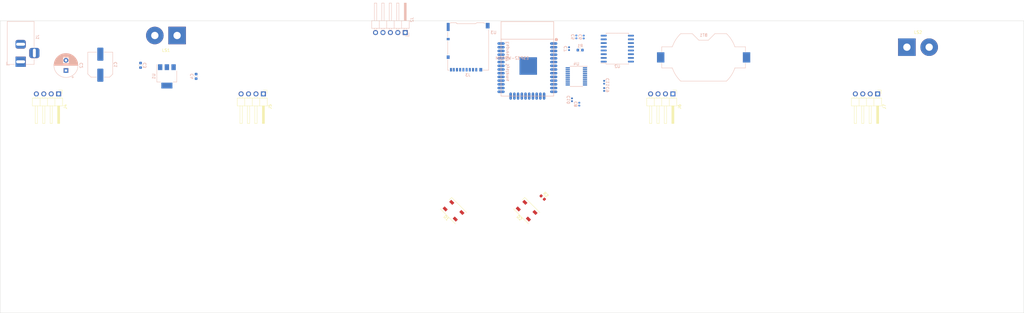
<source format=kicad_pcb>
(kicad_pcb (version 20171130) (host pcbnew 5.1.5)

  (general
    (thickness 1.6)
    (drawings 4)
    (tracks 0)
    (zones 0)
    (modules 29)
    (nets 51)
  )

  (page A3)
  (layers
    (0 F.Cu signal)
    (31 B.Cu signal)
    (32 B.Adhes user)
    (33 F.Adhes user)
    (34 B.Paste user)
    (35 F.Paste user)
    (36 B.SilkS user)
    (37 F.SilkS user)
    (38 B.Mask user)
    (39 F.Mask user)
    (40 Dwgs.User user)
    (41 Cmts.User user)
    (42 Eco1.User user)
    (43 Eco2.User user)
    (44 Edge.Cuts user)
    (45 Margin user)
    (46 B.CrtYd user)
    (47 F.CrtYd user)
    (48 B.Fab user)
    (49 F.Fab user)
  )

  (setup
    (last_trace_width 0.25)
    (trace_clearance 0.2)
    (zone_clearance 0.508)
    (zone_45_only no)
    (trace_min 0.2)
    (via_size 0.8)
    (via_drill 0.4)
    (via_min_size 0.4)
    (via_min_drill 0.3)
    (uvia_size 0.3)
    (uvia_drill 0.1)
    (uvias_allowed no)
    (uvia_min_size 0.2)
    (uvia_min_drill 0.1)
    (edge_width 0.05)
    (segment_width 0.2)
    (pcb_text_width 0.3)
    (pcb_text_size 1.5 1.5)
    (mod_edge_width 0.12)
    (mod_text_size 1 1)
    (mod_text_width 0.15)
    (pad_size 1.524 1.524)
    (pad_drill 0.762)
    (pad_to_mask_clearance 0.051)
    (solder_mask_min_width 0.25)
    (aux_axis_origin 0 0)
    (visible_elements FFFFFF7F)
    (pcbplotparams
      (layerselection 0x010fc_ffffffff)
      (usegerberextensions false)
      (usegerberattributes false)
      (usegerberadvancedattributes false)
      (creategerberjobfile false)
      (excludeedgelayer true)
      (linewidth 0.100000)
      (plotframeref false)
      (viasonmask false)
      (mode 1)
      (useauxorigin false)
      (hpglpennumber 1)
      (hpglpenspeed 20)
      (hpglpendiameter 15.000000)
      (psnegative false)
      (psa4output false)
      (plotreference true)
      (plotvalue true)
      (plotinvisibletext false)
      (padsonsilk false)
      (subtractmaskfromsilk false)
      (outputformat 1)
      (mirror false)
      (drillshape 1)
      (scaleselection 1)
      (outputdirectory ""))
  )

  (net 0 "")
  (net 1 GND)
  (net 2 "Net-(BT1-Pad1)")
  (net 3 /RTS)
  (net 4 +3V3)
  (net 5 +5V)
  (net 6 "Net-(C9-Pad2)")
  (net 7 /DTR)
  (net 8 /TX)
  (net 9 /RX)
  (net 10 "Net-(LS1-Pad1)")
  (net 11 "Net-(LS2-Pad1)")
  (net 12 /LED_DATA)
  (net 13 /LRCK)
  (net 14 /BCLK)
  (net 15 /I2SD)
  (net 16 /SDA)
  (net 17 /SCL)
  (net 18 "Net-(U2-Pad4)")
  (net 19 "Net-(U2-Pad3)")
  (net 20 "Net-(U2-Pad1)")
  (net 21 /MISO)
  (net 22 /SCLK)
  (net 23 /MOSI)
  (net 24 /CS)
  (net 25 "Net-(C9-Pad1)")
  (net 26 "Net-(C10-Pad2)")
  (net 27 "Net-(C11-Pad1)")
  (net 28 "Net-(J3-Pad8)")
  (net 29 "Net-(U3-Pad4)")
  (net 30 "Net-(U3-Pad5)")
  (net 31 "Net-(U3-Pad6)")
  (net 32 "Net-(U3-Pad7)")
  (net 33 "Net-(U3-Pad9)")
  (net 34 "Net-(U3-Pad12)")
  (net 35 "Net-(U3-Pad13)")
  (net 36 "Net-(U3-Pad14)")
  (net 37 "Net-(U3-Pad16)")
  (net 38 "Net-(U3-Pad17)")
  (net 39 "Net-(U3-Pad18)")
  (net 40 "Net-(U3-Pad19)")
  (net 41 "Net-(U3-Pad20)")
  (net 42 "Net-(U3-Pad21)")
  (net 43 "Net-(U3-Pad22)")
  (net 44 "Net-(U3-Pad23)")
  (net 45 "Net-(U3-Pad24)")
  (net 46 "Net-(U3-Pad27)")
  (net 47 "Net-(U3-Pad28)")
  (net 48 "Net-(U3-Pad32)")
  (net 49 "Net-(D1-Pad4)")
  (net 50 "Net-(D2-Pad4)")

  (net_class Default "Dies ist die voreingestellte Netzklasse."
    (clearance 0.2)
    (trace_width 0.25)
    (via_dia 0.8)
    (via_drill 0.4)
    (uvia_dia 0.3)
    (uvia_drill 0.1)
    (add_net +3V3)
    (add_net +5V)
    (add_net /BCLK)
    (add_net /CS)
    (add_net /DTR)
    (add_net /I2SD)
    (add_net /LED_DATA)
    (add_net /LRCK)
    (add_net /MISO)
    (add_net /MOSI)
    (add_net /RTS)
    (add_net /RX)
    (add_net /SCL)
    (add_net /SCLK)
    (add_net /SDA)
    (add_net /TX)
    (add_net GND)
    (add_net "Net-(BT1-Pad1)")
    (add_net "Net-(C10-Pad2)")
    (add_net "Net-(C11-Pad1)")
    (add_net "Net-(C9-Pad1)")
    (add_net "Net-(C9-Pad2)")
    (add_net "Net-(D1-Pad4)")
    (add_net "Net-(D2-Pad4)")
    (add_net "Net-(J3-Pad8)")
    (add_net "Net-(LS1-Pad1)")
    (add_net "Net-(LS2-Pad1)")
    (add_net "Net-(U2-Pad1)")
    (add_net "Net-(U2-Pad3)")
    (add_net "Net-(U2-Pad4)")
    (add_net "Net-(U3-Pad12)")
    (add_net "Net-(U3-Pad13)")
    (add_net "Net-(U3-Pad14)")
    (add_net "Net-(U3-Pad16)")
    (add_net "Net-(U3-Pad17)")
    (add_net "Net-(U3-Pad18)")
    (add_net "Net-(U3-Pad19)")
    (add_net "Net-(U3-Pad20)")
    (add_net "Net-(U3-Pad21)")
    (add_net "Net-(U3-Pad22)")
    (add_net "Net-(U3-Pad23)")
    (add_net "Net-(U3-Pad24)")
    (add_net "Net-(U3-Pad27)")
    (add_net "Net-(U3-Pad28)")
    (add_net "Net-(U3-Pad32)")
    (add_net "Net-(U3-Pad4)")
    (add_net "Net-(U3-Pad5)")
    (add_net "Net-(U3-Pad6)")
    (add_net "Net-(U3-Pad7)")
    (add_net "Net-(U3-Pad9)")
  )

  (module Resistor_SMD:R_0603_1608Metric (layer F.Cu) (tedit 5B301BBD) (tstamp 5E4939F0)
    (at 195.5 70.5 315)
    (descr "Resistor SMD 0603 (1608 Metric), square (rectangular) end terminal, IPC_7351 nominal, (Body size source: http://www.tortai-tech.com/upload/download/2011102023233369053.pdf), generated with kicad-footprint-generator")
    (tags resistor)
    (path /5DD5B861)
    (attr smd)
    (fp_text reference R2 (at 0 -1.43 135) (layer F.SilkS)
      (effects (font (size 1 1) (thickness 0.15)))
    )
    (fp_text value 10k (at 0 1.43 135) (layer F.Fab)
      (effects (font (size 1 1) (thickness 0.15)))
    )
    (fp_text user %R (at 0 0 135) (layer F.Fab)
      (effects (font (size 0.4 0.4) (thickness 0.06)))
    )
    (fp_line (start 1.48 0.73) (end -1.48 0.73) (layer F.CrtYd) (width 0.05))
    (fp_line (start 1.48 -0.73) (end 1.48 0.73) (layer F.CrtYd) (width 0.05))
    (fp_line (start -1.48 -0.73) (end 1.48 -0.73) (layer F.CrtYd) (width 0.05))
    (fp_line (start -1.48 0.73) (end -1.48 -0.73) (layer F.CrtYd) (width 0.05))
    (fp_line (start -0.162779 0.51) (end 0.162779 0.51) (layer F.SilkS) (width 0.12))
    (fp_line (start -0.162779 -0.51) (end 0.162779 -0.51) (layer F.SilkS) (width 0.12))
    (fp_line (start 0.8 0.4) (end -0.8 0.4) (layer F.Fab) (width 0.1))
    (fp_line (start 0.8 -0.4) (end 0.8 0.4) (layer F.Fab) (width 0.1))
    (fp_line (start -0.8 -0.4) (end 0.8 -0.4) (layer F.Fab) (width 0.1))
    (fp_line (start -0.8 0.4) (end -0.8 -0.4) (layer F.Fab) (width 0.1))
    (pad 2 smd roundrect (at 0.7875 0 315) (size 0.875 0.95) (layers F.Cu F.Paste F.Mask) (roundrect_rratio 0.25)
      (net 50 "Net-(D2-Pad4)"))
    (pad 1 smd roundrect (at -0.7875 0 315) (size 0.875 0.95) (layers F.Cu F.Paste F.Mask) (roundrect_rratio 0.25)
      (net 1 GND))
    (model ${KISYS3DMOD}/Resistor_SMD.3dshapes/R_0603_1608Metric.wrl
      (at (xyz 0 0 0))
      (scale (xyz 1 1 1))
      (rotate (xyz 0 0 0))
    )
  )

  (module Connector_PinHeader_2.54mm:PinHeader_1x04_P2.54mm_Horizontal (layer F.Cu) (tedit 59FED5CB) (tstamp 5E492CF3)
    (at 310 35 270)
    (descr "Through hole angled pin header, 1x04, 2.54mm pitch, 6mm pin length, single row")
    (tags "Through hole angled pin header THT 1x04 2.54mm single row")
    (path /5DD005F5)
    (fp_text reference J7 (at 4.385 -2.27 90) (layer F.SilkS)
      (effects (font (size 1 1) (thickness 0.15)))
    )
    (fp_text value Conn_01x04_Male (at 4.385 9.89 90) (layer F.Fab)
      (effects (font (size 1 1) (thickness 0.15)))
    )
    (fp_text user %R (at 2.77 3.81) (layer F.Fab)
      (effects (font (size 1 1) (thickness 0.15)))
    )
    (fp_line (start 10.55 -1.8) (end -1.8 -1.8) (layer F.CrtYd) (width 0.05))
    (fp_line (start 10.55 9.4) (end 10.55 -1.8) (layer F.CrtYd) (width 0.05))
    (fp_line (start -1.8 9.4) (end 10.55 9.4) (layer F.CrtYd) (width 0.05))
    (fp_line (start -1.8 -1.8) (end -1.8 9.4) (layer F.CrtYd) (width 0.05))
    (fp_line (start -1.27 -1.27) (end 0 -1.27) (layer F.SilkS) (width 0.12))
    (fp_line (start -1.27 0) (end -1.27 -1.27) (layer F.SilkS) (width 0.12))
    (fp_line (start 1.042929 8) (end 1.44 8) (layer F.SilkS) (width 0.12))
    (fp_line (start 1.042929 7.24) (end 1.44 7.24) (layer F.SilkS) (width 0.12))
    (fp_line (start 10.1 8) (end 4.1 8) (layer F.SilkS) (width 0.12))
    (fp_line (start 10.1 7.24) (end 10.1 8) (layer F.SilkS) (width 0.12))
    (fp_line (start 4.1 7.24) (end 10.1 7.24) (layer F.SilkS) (width 0.12))
    (fp_line (start 1.44 6.35) (end 4.1 6.35) (layer F.SilkS) (width 0.12))
    (fp_line (start 1.042929 5.46) (end 1.44 5.46) (layer F.SilkS) (width 0.12))
    (fp_line (start 1.042929 4.7) (end 1.44 4.7) (layer F.SilkS) (width 0.12))
    (fp_line (start 10.1 5.46) (end 4.1 5.46) (layer F.SilkS) (width 0.12))
    (fp_line (start 10.1 4.7) (end 10.1 5.46) (layer F.SilkS) (width 0.12))
    (fp_line (start 4.1 4.7) (end 10.1 4.7) (layer F.SilkS) (width 0.12))
    (fp_line (start 1.44 3.81) (end 4.1 3.81) (layer F.SilkS) (width 0.12))
    (fp_line (start 1.042929 2.92) (end 1.44 2.92) (layer F.SilkS) (width 0.12))
    (fp_line (start 1.042929 2.16) (end 1.44 2.16) (layer F.SilkS) (width 0.12))
    (fp_line (start 10.1 2.92) (end 4.1 2.92) (layer F.SilkS) (width 0.12))
    (fp_line (start 10.1 2.16) (end 10.1 2.92) (layer F.SilkS) (width 0.12))
    (fp_line (start 4.1 2.16) (end 10.1 2.16) (layer F.SilkS) (width 0.12))
    (fp_line (start 1.44 1.27) (end 4.1 1.27) (layer F.SilkS) (width 0.12))
    (fp_line (start 1.11 0.38) (end 1.44 0.38) (layer F.SilkS) (width 0.12))
    (fp_line (start 1.11 -0.38) (end 1.44 -0.38) (layer F.SilkS) (width 0.12))
    (fp_line (start 4.1 0.28) (end 10.1 0.28) (layer F.SilkS) (width 0.12))
    (fp_line (start 4.1 0.16) (end 10.1 0.16) (layer F.SilkS) (width 0.12))
    (fp_line (start 4.1 0.04) (end 10.1 0.04) (layer F.SilkS) (width 0.12))
    (fp_line (start 4.1 -0.08) (end 10.1 -0.08) (layer F.SilkS) (width 0.12))
    (fp_line (start 4.1 -0.2) (end 10.1 -0.2) (layer F.SilkS) (width 0.12))
    (fp_line (start 4.1 -0.32) (end 10.1 -0.32) (layer F.SilkS) (width 0.12))
    (fp_line (start 10.1 0.38) (end 4.1 0.38) (layer F.SilkS) (width 0.12))
    (fp_line (start 10.1 -0.38) (end 10.1 0.38) (layer F.SilkS) (width 0.12))
    (fp_line (start 4.1 -0.38) (end 10.1 -0.38) (layer F.SilkS) (width 0.12))
    (fp_line (start 4.1 -1.33) (end 1.44 -1.33) (layer F.SilkS) (width 0.12))
    (fp_line (start 4.1 8.95) (end 4.1 -1.33) (layer F.SilkS) (width 0.12))
    (fp_line (start 1.44 8.95) (end 4.1 8.95) (layer F.SilkS) (width 0.12))
    (fp_line (start 1.44 -1.33) (end 1.44 8.95) (layer F.SilkS) (width 0.12))
    (fp_line (start 4.04 7.94) (end 10.04 7.94) (layer F.Fab) (width 0.1))
    (fp_line (start 10.04 7.3) (end 10.04 7.94) (layer F.Fab) (width 0.1))
    (fp_line (start 4.04 7.3) (end 10.04 7.3) (layer F.Fab) (width 0.1))
    (fp_line (start -0.32 7.94) (end 1.5 7.94) (layer F.Fab) (width 0.1))
    (fp_line (start -0.32 7.3) (end -0.32 7.94) (layer F.Fab) (width 0.1))
    (fp_line (start -0.32 7.3) (end 1.5 7.3) (layer F.Fab) (width 0.1))
    (fp_line (start 4.04 5.4) (end 10.04 5.4) (layer F.Fab) (width 0.1))
    (fp_line (start 10.04 4.76) (end 10.04 5.4) (layer F.Fab) (width 0.1))
    (fp_line (start 4.04 4.76) (end 10.04 4.76) (layer F.Fab) (width 0.1))
    (fp_line (start -0.32 5.4) (end 1.5 5.4) (layer F.Fab) (width 0.1))
    (fp_line (start -0.32 4.76) (end -0.32 5.4) (layer F.Fab) (width 0.1))
    (fp_line (start -0.32 4.76) (end 1.5 4.76) (layer F.Fab) (width 0.1))
    (fp_line (start 4.04 2.86) (end 10.04 2.86) (layer F.Fab) (width 0.1))
    (fp_line (start 10.04 2.22) (end 10.04 2.86) (layer F.Fab) (width 0.1))
    (fp_line (start 4.04 2.22) (end 10.04 2.22) (layer F.Fab) (width 0.1))
    (fp_line (start -0.32 2.86) (end 1.5 2.86) (layer F.Fab) (width 0.1))
    (fp_line (start -0.32 2.22) (end -0.32 2.86) (layer F.Fab) (width 0.1))
    (fp_line (start -0.32 2.22) (end 1.5 2.22) (layer F.Fab) (width 0.1))
    (fp_line (start 4.04 0.32) (end 10.04 0.32) (layer F.Fab) (width 0.1))
    (fp_line (start 10.04 -0.32) (end 10.04 0.32) (layer F.Fab) (width 0.1))
    (fp_line (start 4.04 -0.32) (end 10.04 -0.32) (layer F.Fab) (width 0.1))
    (fp_line (start -0.32 0.32) (end 1.5 0.32) (layer F.Fab) (width 0.1))
    (fp_line (start -0.32 -0.32) (end -0.32 0.32) (layer F.Fab) (width 0.1))
    (fp_line (start -0.32 -0.32) (end 1.5 -0.32) (layer F.Fab) (width 0.1))
    (fp_line (start 1.5 -0.635) (end 2.135 -1.27) (layer F.Fab) (width 0.1))
    (fp_line (start 1.5 8.89) (end 1.5 -0.635) (layer F.Fab) (width 0.1))
    (fp_line (start 4.04 8.89) (end 1.5 8.89) (layer F.Fab) (width 0.1))
    (fp_line (start 4.04 -1.27) (end 4.04 8.89) (layer F.Fab) (width 0.1))
    (fp_line (start 2.135 -1.27) (end 4.04 -1.27) (layer F.Fab) (width 0.1))
    (pad 4 thru_hole oval (at 0 7.62 270) (size 1.7 1.7) (drill 1) (layers *.Cu *.Mask)
      (net 5 +5V))
    (pad 3 thru_hole oval (at 0 5.08 270) (size 1.7 1.7) (drill 1) (layers *.Cu *.Mask)
      (net 17 /SCL))
    (pad 2 thru_hole oval (at 0 2.54 270) (size 1.7 1.7) (drill 1) (layers *.Cu *.Mask)
      (net 16 /SDA))
    (pad 1 thru_hole rect (at 0 0 270) (size 1.7 1.7) (drill 1) (layers *.Cu *.Mask)
      (net 1 GND))
    (model ${KISYS3DMOD}/Connector_PinHeader_2.54mm.3dshapes/PinHeader_1x04_P2.54mm_Horizontal.wrl
      (at (xyz 0 0 0))
      (scale (xyz 1 1 1))
      (rotate (xyz 0 0 0))
    )
  )

  (module Connector_PinHeader_2.54mm:PinHeader_1x04_P2.54mm_Horizontal (layer F.Cu) (tedit 59FED5CB) (tstamp 5DD1E78A)
    (at 240 35 270)
    (descr "Through hole angled pin header, 1x04, 2.54mm pitch, 6mm pin length, single row")
    (tags "Through hole angled pin header THT 1x04 2.54mm single row")
    (path /5DCFAA17)
    (fp_text reference J6 (at 4.385 -2.27 90) (layer F.SilkS)
      (effects (font (size 1 1) (thickness 0.15)))
    )
    (fp_text value Conn_01x04_Male (at 4.385 9.89 90) (layer F.Fab)
      (effects (font (size 1 1) (thickness 0.15)))
    )
    (fp_text user %R (at 2.77 3.81) (layer F.Fab)
      (effects (font (size 1 1) (thickness 0.15)))
    )
    (fp_line (start 10.55 -1.8) (end -1.8 -1.8) (layer F.CrtYd) (width 0.05))
    (fp_line (start 10.55 9.4) (end 10.55 -1.8) (layer F.CrtYd) (width 0.05))
    (fp_line (start -1.8 9.4) (end 10.55 9.4) (layer F.CrtYd) (width 0.05))
    (fp_line (start -1.8 -1.8) (end -1.8 9.4) (layer F.CrtYd) (width 0.05))
    (fp_line (start -1.27 -1.27) (end 0 -1.27) (layer F.SilkS) (width 0.12))
    (fp_line (start -1.27 0) (end -1.27 -1.27) (layer F.SilkS) (width 0.12))
    (fp_line (start 1.042929 8) (end 1.44 8) (layer F.SilkS) (width 0.12))
    (fp_line (start 1.042929 7.24) (end 1.44 7.24) (layer F.SilkS) (width 0.12))
    (fp_line (start 10.1 8) (end 4.1 8) (layer F.SilkS) (width 0.12))
    (fp_line (start 10.1 7.24) (end 10.1 8) (layer F.SilkS) (width 0.12))
    (fp_line (start 4.1 7.24) (end 10.1 7.24) (layer F.SilkS) (width 0.12))
    (fp_line (start 1.44 6.35) (end 4.1 6.35) (layer F.SilkS) (width 0.12))
    (fp_line (start 1.042929 5.46) (end 1.44 5.46) (layer F.SilkS) (width 0.12))
    (fp_line (start 1.042929 4.7) (end 1.44 4.7) (layer F.SilkS) (width 0.12))
    (fp_line (start 10.1 5.46) (end 4.1 5.46) (layer F.SilkS) (width 0.12))
    (fp_line (start 10.1 4.7) (end 10.1 5.46) (layer F.SilkS) (width 0.12))
    (fp_line (start 4.1 4.7) (end 10.1 4.7) (layer F.SilkS) (width 0.12))
    (fp_line (start 1.44 3.81) (end 4.1 3.81) (layer F.SilkS) (width 0.12))
    (fp_line (start 1.042929 2.92) (end 1.44 2.92) (layer F.SilkS) (width 0.12))
    (fp_line (start 1.042929 2.16) (end 1.44 2.16) (layer F.SilkS) (width 0.12))
    (fp_line (start 10.1 2.92) (end 4.1 2.92) (layer F.SilkS) (width 0.12))
    (fp_line (start 10.1 2.16) (end 10.1 2.92) (layer F.SilkS) (width 0.12))
    (fp_line (start 4.1 2.16) (end 10.1 2.16) (layer F.SilkS) (width 0.12))
    (fp_line (start 1.44 1.27) (end 4.1 1.27) (layer F.SilkS) (width 0.12))
    (fp_line (start 1.11 0.38) (end 1.44 0.38) (layer F.SilkS) (width 0.12))
    (fp_line (start 1.11 -0.38) (end 1.44 -0.38) (layer F.SilkS) (width 0.12))
    (fp_line (start 4.1 0.28) (end 10.1 0.28) (layer F.SilkS) (width 0.12))
    (fp_line (start 4.1 0.16) (end 10.1 0.16) (layer F.SilkS) (width 0.12))
    (fp_line (start 4.1 0.04) (end 10.1 0.04) (layer F.SilkS) (width 0.12))
    (fp_line (start 4.1 -0.08) (end 10.1 -0.08) (layer F.SilkS) (width 0.12))
    (fp_line (start 4.1 -0.2) (end 10.1 -0.2) (layer F.SilkS) (width 0.12))
    (fp_line (start 4.1 -0.32) (end 10.1 -0.32) (layer F.SilkS) (width 0.12))
    (fp_line (start 10.1 0.38) (end 4.1 0.38) (layer F.SilkS) (width 0.12))
    (fp_line (start 10.1 -0.38) (end 10.1 0.38) (layer F.SilkS) (width 0.12))
    (fp_line (start 4.1 -0.38) (end 10.1 -0.38) (layer F.SilkS) (width 0.12))
    (fp_line (start 4.1 -1.33) (end 1.44 -1.33) (layer F.SilkS) (width 0.12))
    (fp_line (start 4.1 8.95) (end 4.1 -1.33) (layer F.SilkS) (width 0.12))
    (fp_line (start 1.44 8.95) (end 4.1 8.95) (layer F.SilkS) (width 0.12))
    (fp_line (start 1.44 -1.33) (end 1.44 8.95) (layer F.SilkS) (width 0.12))
    (fp_line (start 4.04 7.94) (end 10.04 7.94) (layer F.Fab) (width 0.1))
    (fp_line (start 10.04 7.3) (end 10.04 7.94) (layer F.Fab) (width 0.1))
    (fp_line (start 4.04 7.3) (end 10.04 7.3) (layer F.Fab) (width 0.1))
    (fp_line (start -0.32 7.94) (end 1.5 7.94) (layer F.Fab) (width 0.1))
    (fp_line (start -0.32 7.3) (end -0.32 7.94) (layer F.Fab) (width 0.1))
    (fp_line (start -0.32 7.3) (end 1.5 7.3) (layer F.Fab) (width 0.1))
    (fp_line (start 4.04 5.4) (end 10.04 5.4) (layer F.Fab) (width 0.1))
    (fp_line (start 10.04 4.76) (end 10.04 5.4) (layer F.Fab) (width 0.1))
    (fp_line (start 4.04 4.76) (end 10.04 4.76) (layer F.Fab) (width 0.1))
    (fp_line (start -0.32 5.4) (end 1.5 5.4) (layer F.Fab) (width 0.1))
    (fp_line (start -0.32 4.76) (end -0.32 5.4) (layer F.Fab) (width 0.1))
    (fp_line (start -0.32 4.76) (end 1.5 4.76) (layer F.Fab) (width 0.1))
    (fp_line (start 4.04 2.86) (end 10.04 2.86) (layer F.Fab) (width 0.1))
    (fp_line (start 10.04 2.22) (end 10.04 2.86) (layer F.Fab) (width 0.1))
    (fp_line (start 4.04 2.22) (end 10.04 2.22) (layer F.Fab) (width 0.1))
    (fp_line (start -0.32 2.86) (end 1.5 2.86) (layer F.Fab) (width 0.1))
    (fp_line (start -0.32 2.22) (end -0.32 2.86) (layer F.Fab) (width 0.1))
    (fp_line (start -0.32 2.22) (end 1.5 2.22) (layer F.Fab) (width 0.1))
    (fp_line (start 4.04 0.32) (end 10.04 0.32) (layer F.Fab) (width 0.1))
    (fp_line (start 10.04 -0.32) (end 10.04 0.32) (layer F.Fab) (width 0.1))
    (fp_line (start 4.04 -0.32) (end 10.04 -0.32) (layer F.Fab) (width 0.1))
    (fp_line (start -0.32 0.32) (end 1.5 0.32) (layer F.Fab) (width 0.1))
    (fp_line (start -0.32 -0.32) (end -0.32 0.32) (layer F.Fab) (width 0.1))
    (fp_line (start -0.32 -0.32) (end 1.5 -0.32) (layer F.Fab) (width 0.1))
    (fp_line (start 1.5 -0.635) (end 2.135 -1.27) (layer F.Fab) (width 0.1))
    (fp_line (start 1.5 8.89) (end 1.5 -0.635) (layer F.Fab) (width 0.1))
    (fp_line (start 4.04 8.89) (end 1.5 8.89) (layer F.Fab) (width 0.1))
    (fp_line (start 4.04 -1.27) (end 4.04 8.89) (layer F.Fab) (width 0.1))
    (fp_line (start 2.135 -1.27) (end 4.04 -1.27) (layer F.Fab) (width 0.1))
    (pad 4 thru_hole oval (at 0 7.62 270) (size 1.7 1.7) (drill 1) (layers *.Cu *.Mask)
      (net 5 +5V))
    (pad 3 thru_hole oval (at 0 5.08 270) (size 1.7 1.7) (drill 1) (layers *.Cu *.Mask)
      (net 17 /SCL))
    (pad 2 thru_hole oval (at 0 2.54 270) (size 1.7 1.7) (drill 1) (layers *.Cu *.Mask)
      (net 16 /SDA))
    (pad 1 thru_hole rect (at 0 0 270) (size 1.7 1.7) (drill 1) (layers *.Cu *.Mask)
      (net 1 GND))
    (model ${KISYS3DMOD}/Connector_PinHeader_2.54mm.3dshapes/PinHeader_1x04_P2.54mm_Horizontal.wrl
      (at (xyz 0 0 0))
      (scale (xyz 1 1 1))
      (rotate (xyz 0 0 0))
    )
  )

  (module Connector_PinHeader_2.54mm:PinHeader_1x04_P2.54mm_Horizontal (layer F.Cu) (tedit 59FED5CB) (tstamp 5E492560)
    (at 100 35 270)
    (descr "Through hole angled pin header, 1x04, 2.54mm pitch, 6mm pin length, single row")
    (tags "Through hole angled pin header THT 1x04 2.54mm single row")
    (path /5DCF5127)
    (fp_text reference J5 (at 4.385 -2.27 90) (layer F.SilkS)
      (effects (font (size 1 1) (thickness 0.15)))
    )
    (fp_text value Conn_01x04_Male (at 4.385 9.89 90) (layer F.Fab)
      (effects (font (size 1 1) (thickness 0.15)))
    )
    (fp_text user %R (at 2.77 3.81) (layer F.Fab)
      (effects (font (size 1 1) (thickness 0.15)))
    )
    (fp_line (start 10.55 -1.8) (end -1.8 -1.8) (layer F.CrtYd) (width 0.05))
    (fp_line (start 10.55 9.4) (end 10.55 -1.8) (layer F.CrtYd) (width 0.05))
    (fp_line (start -1.8 9.4) (end 10.55 9.4) (layer F.CrtYd) (width 0.05))
    (fp_line (start -1.8 -1.8) (end -1.8 9.4) (layer F.CrtYd) (width 0.05))
    (fp_line (start -1.27 -1.27) (end 0 -1.27) (layer F.SilkS) (width 0.12))
    (fp_line (start -1.27 0) (end -1.27 -1.27) (layer F.SilkS) (width 0.12))
    (fp_line (start 1.042929 8) (end 1.44 8) (layer F.SilkS) (width 0.12))
    (fp_line (start 1.042929 7.24) (end 1.44 7.24) (layer F.SilkS) (width 0.12))
    (fp_line (start 10.1 8) (end 4.1 8) (layer F.SilkS) (width 0.12))
    (fp_line (start 10.1 7.24) (end 10.1 8) (layer F.SilkS) (width 0.12))
    (fp_line (start 4.1 7.24) (end 10.1 7.24) (layer F.SilkS) (width 0.12))
    (fp_line (start 1.44 6.35) (end 4.1 6.35) (layer F.SilkS) (width 0.12))
    (fp_line (start 1.042929 5.46) (end 1.44 5.46) (layer F.SilkS) (width 0.12))
    (fp_line (start 1.042929 4.7) (end 1.44 4.7) (layer F.SilkS) (width 0.12))
    (fp_line (start 10.1 5.46) (end 4.1 5.46) (layer F.SilkS) (width 0.12))
    (fp_line (start 10.1 4.7) (end 10.1 5.46) (layer F.SilkS) (width 0.12))
    (fp_line (start 4.1 4.7) (end 10.1 4.7) (layer F.SilkS) (width 0.12))
    (fp_line (start 1.44 3.81) (end 4.1 3.81) (layer F.SilkS) (width 0.12))
    (fp_line (start 1.042929 2.92) (end 1.44 2.92) (layer F.SilkS) (width 0.12))
    (fp_line (start 1.042929 2.16) (end 1.44 2.16) (layer F.SilkS) (width 0.12))
    (fp_line (start 10.1 2.92) (end 4.1 2.92) (layer F.SilkS) (width 0.12))
    (fp_line (start 10.1 2.16) (end 10.1 2.92) (layer F.SilkS) (width 0.12))
    (fp_line (start 4.1 2.16) (end 10.1 2.16) (layer F.SilkS) (width 0.12))
    (fp_line (start 1.44 1.27) (end 4.1 1.27) (layer F.SilkS) (width 0.12))
    (fp_line (start 1.11 0.38) (end 1.44 0.38) (layer F.SilkS) (width 0.12))
    (fp_line (start 1.11 -0.38) (end 1.44 -0.38) (layer F.SilkS) (width 0.12))
    (fp_line (start 4.1 0.28) (end 10.1 0.28) (layer F.SilkS) (width 0.12))
    (fp_line (start 4.1 0.16) (end 10.1 0.16) (layer F.SilkS) (width 0.12))
    (fp_line (start 4.1 0.04) (end 10.1 0.04) (layer F.SilkS) (width 0.12))
    (fp_line (start 4.1 -0.08) (end 10.1 -0.08) (layer F.SilkS) (width 0.12))
    (fp_line (start 4.1 -0.2) (end 10.1 -0.2) (layer F.SilkS) (width 0.12))
    (fp_line (start 4.1 -0.32) (end 10.1 -0.32) (layer F.SilkS) (width 0.12))
    (fp_line (start 10.1 0.38) (end 4.1 0.38) (layer F.SilkS) (width 0.12))
    (fp_line (start 10.1 -0.38) (end 10.1 0.38) (layer F.SilkS) (width 0.12))
    (fp_line (start 4.1 -0.38) (end 10.1 -0.38) (layer F.SilkS) (width 0.12))
    (fp_line (start 4.1 -1.33) (end 1.44 -1.33) (layer F.SilkS) (width 0.12))
    (fp_line (start 4.1 8.95) (end 4.1 -1.33) (layer F.SilkS) (width 0.12))
    (fp_line (start 1.44 8.95) (end 4.1 8.95) (layer F.SilkS) (width 0.12))
    (fp_line (start 1.44 -1.33) (end 1.44 8.95) (layer F.SilkS) (width 0.12))
    (fp_line (start 4.04 7.94) (end 10.04 7.94) (layer F.Fab) (width 0.1))
    (fp_line (start 10.04 7.3) (end 10.04 7.94) (layer F.Fab) (width 0.1))
    (fp_line (start 4.04 7.3) (end 10.04 7.3) (layer F.Fab) (width 0.1))
    (fp_line (start -0.32 7.94) (end 1.5 7.94) (layer F.Fab) (width 0.1))
    (fp_line (start -0.32 7.3) (end -0.32 7.94) (layer F.Fab) (width 0.1))
    (fp_line (start -0.32 7.3) (end 1.5 7.3) (layer F.Fab) (width 0.1))
    (fp_line (start 4.04 5.4) (end 10.04 5.4) (layer F.Fab) (width 0.1))
    (fp_line (start 10.04 4.76) (end 10.04 5.4) (layer F.Fab) (width 0.1))
    (fp_line (start 4.04 4.76) (end 10.04 4.76) (layer F.Fab) (width 0.1))
    (fp_line (start -0.32 5.4) (end 1.5 5.4) (layer F.Fab) (width 0.1))
    (fp_line (start -0.32 4.76) (end -0.32 5.4) (layer F.Fab) (width 0.1))
    (fp_line (start -0.32 4.76) (end 1.5 4.76) (layer F.Fab) (width 0.1))
    (fp_line (start 4.04 2.86) (end 10.04 2.86) (layer F.Fab) (width 0.1))
    (fp_line (start 10.04 2.22) (end 10.04 2.86) (layer F.Fab) (width 0.1))
    (fp_line (start 4.04 2.22) (end 10.04 2.22) (layer F.Fab) (width 0.1))
    (fp_line (start -0.32 2.86) (end 1.5 2.86) (layer F.Fab) (width 0.1))
    (fp_line (start -0.32 2.22) (end -0.32 2.86) (layer F.Fab) (width 0.1))
    (fp_line (start -0.32 2.22) (end 1.5 2.22) (layer F.Fab) (width 0.1))
    (fp_line (start 4.04 0.32) (end 10.04 0.32) (layer F.Fab) (width 0.1))
    (fp_line (start 10.04 -0.32) (end 10.04 0.32) (layer F.Fab) (width 0.1))
    (fp_line (start 4.04 -0.32) (end 10.04 -0.32) (layer F.Fab) (width 0.1))
    (fp_line (start -0.32 0.32) (end 1.5 0.32) (layer F.Fab) (width 0.1))
    (fp_line (start -0.32 -0.32) (end -0.32 0.32) (layer F.Fab) (width 0.1))
    (fp_line (start -0.32 -0.32) (end 1.5 -0.32) (layer F.Fab) (width 0.1))
    (fp_line (start 1.5 -0.635) (end 2.135 -1.27) (layer F.Fab) (width 0.1))
    (fp_line (start 1.5 8.89) (end 1.5 -0.635) (layer F.Fab) (width 0.1))
    (fp_line (start 4.04 8.89) (end 1.5 8.89) (layer F.Fab) (width 0.1))
    (fp_line (start 4.04 -1.27) (end 4.04 8.89) (layer F.Fab) (width 0.1))
    (fp_line (start 2.135 -1.27) (end 4.04 -1.27) (layer F.Fab) (width 0.1))
    (pad 4 thru_hole oval (at 0 7.62 270) (size 1.7 1.7) (drill 1) (layers *.Cu *.Mask)
      (net 5 +5V))
    (pad 3 thru_hole oval (at 0 5.08 270) (size 1.7 1.7) (drill 1) (layers *.Cu *.Mask)
      (net 17 /SCL))
    (pad 2 thru_hole oval (at 0 2.54 270) (size 1.7 1.7) (drill 1) (layers *.Cu *.Mask)
      (net 16 /SDA))
    (pad 1 thru_hole rect (at 0 0 270) (size 1.7 1.7) (drill 1) (layers *.Cu *.Mask)
      (net 1 GND))
    (model ${KISYS3DMOD}/Connector_PinHeader_2.54mm.3dshapes/PinHeader_1x04_P2.54mm_Horizontal.wrl
      (at (xyz 0 0 0))
      (scale (xyz 1 1 1))
      (rotate (xyz 0 0 0))
    )
  )

  (module Connector_PinHeader_2.54mm:PinHeader_1x04_P2.54mm_Horizontal (layer F.Cu) (tedit 59FED5CB) (tstamp 5DD1E298)
    (at 30 35 270)
    (descr "Through hole angled pin header, 1x04, 2.54mm pitch, 6mm pin length, single row")
    (tags "Through hole angled pin header THT 1x04 2.54mm single row")
    (path /5DCDEB7C)
    (fp_text reference J4 (at 4.385 -2.27 90) (layer F.SilkS)
      (effects (font (size 1 1) (thickness 0.15)))
    )
    (fp_text value Conn_01x04_Male (at 4.385 9.89 90) (layer F.Fab)
      (effects (font (size 1 1) (thickness 0.15)))
    )
    (fp_text user %R (at 2.77 3.81) (layer F.Fab)
      (effects (font (size 1 1) (thickness 0.15)))
    )
    (fp_line (start 10.55 -1.8) (end -1.8 -1.8) (layer F.CrtYd) (width 0.05))
    (fp_line (start 10.55 9.4) (end 10.55 -1.8) (layer F.CrtYd) (width 0.05))
    (fp_line (start -1.8 9.4) (end 10.55 9.4) (layer F.CrtYd) (width 0.05))
    (fp_line (start -1.8 -1.8) (end -1.8 9.4) (layer F.CrtYd) (width 0.05))
    (fp_line (start -1.27 -1.27) (end 0 -1.27) (layer F.SilkS) (width 0.12))
    (fp_line (start -1.27 0) (end -1.27 -1.27) (layer F.SilkS) (width 0.12))
    (fp_line (start 1.042929 8) (end 1.44 8) (layer F.SilkS) (width 0.12))
    (fp_line (start 1.042929 7.24) (end 1.44 7.24) (layer F.SilkS) (width 0.12))
    (fp_line (start 10.1 8) (end 4.1 8) (layer F.SilkS) (width 0.12))
    (fp_line (start 10.1 7.24) (end 10.1 8) (layer F.SilkS) (width 0.12))
    (fp_line (start 4.1 7.24) (end 10.1 7.24) (layer F.SilkS) (width 0.12))
    (fp_line (start 1.44 6.35) (end 4.1 6.35) (layer F.SilkS) (width 0.12))
    (fp_line (start 1.042929 5.46) (end 1.44 5.46) (layer F.SilkS) (width 0.12))
    (fp_line (start 1.042929 4.7) (end 1.44 4.7) (layer F.SilkS) (width 0.12))
    (fp_line (start 10.1 5.46) (end 4.1 5.46) (layer F.SilkS) (width 0.12))
    (fp_line (start 10.1 4.7) (end 10.1 5.46) (layer F.SilkS) (width 0.12))
    (fp_line (start 4.1 4.7) (end 10.1 4.7) (layer F.SilkS) (width 0.12))
    (fp_line (start 1.44 3.81) (end 4.1 3.81) (layer F.SilkS) (width 0.12))
    (fp_line (start 1.042929 2.92) (end 1.44 2.92) (layer F.SilkS) (width 0.12))
    (fp_line (start 1.042929 2.16) (end 1.44 2.16) (layer F.SilkS) (width 0.12))
    (fp_line (start 10.1 2.92) (end 4.1 2.92) (layer F.SilkS) (width 0.12))
    (fp_line (start 10.1 2.16) (end 10.1 2.92) (layer F.SilkS) (width 0.12))
    (fp_line (start 4.1 2.16) (end 10.1 2.16) (layer F.SilkS) (width 0.12))
    (fp_line (start 1.44 1.27) (end 4.1 1.27) (layer F.SilkS) (width 0.12))
    (fp_line (start 1.11 0.38) (end 1.44 0.38) (layer F.SilkS) (width 0.12))
    (fp_line (start 1.11 -0.38) (end 1.44 -0.38) (layer F.SilkS) (width 0.12))
    (fp_line (start 4.1 0.28) (end 10.1 0.28) (layer F.SilkS) (width 0.12))
    (fp_line (start 4.1 0.16) (end 10.1 0.16) (layer F.SilkS) (width 0.12))
    (fp_line (start 4.1 0.04) (end 10.1 0.04) (layer F.SilkS) (width 0.12))
    (fp_line (start 4.1 -0.08) (end 10.1 -0.08) (layer F.SilkS) (width 0.12))
    (fp_line (start 4.1 -0.2) (end 10.1 -0.2) (layer F.SilkS) (width 0.12))
    (fp_line (start 4.1 -0.32) (end 10.1 -0.32) (layer F.SilkS) (width 0.12))
    (fp_line (start 10.1 0.38) (end 4.1 0.38) (layer F.SilkS) (width 0.12))
    (fp_line (start 10.1 -0.38) (end 10.1 0.38) (layer F.SilkS) (width 0.12))
    (fp_line (start 4.1 -0.38) (end 10.1 -0.38) (layer F.SilkS) (width 0.12))
    (fp_line (start 4.1 -1.33) (end 1.44 -1.33) (layer F.SilkS) (width 0.12))
    (fp_line (start 4.1 8.95) (end 4.1 -1.33) (layer F.SilkS) (width 0.12))
    (fp_line (start 1.44 8.95) (end 4.1 8.95) (layer F.SilkS) (width 0.12))
    (fp_line (start 1.44 -1.33) (end 1.44 8.95) (layer F.SilkS) (width 0.12))
    (fp_line (start 4.04 7.94) (end 10.04 7.94) (layer F.Fab) (width 0.1))
    (fp_line (start 10.04 7.3) (end 10.04 7.94) (layer F.Fab) (width 0.1))
    (fp_line (start 4.04 7.3) (end 10.04 7.3) (layer F.Fab) (width 0.1))
    (fp_line (start -0.32 7.94) (end 1.5 7.94) (layer F.Fab) (width 0.1))
    (fp_line (start -0.32 7.3) (end -0.32 7.94) (layer F.Fab) (width 0.1))
    (fp_line (start -0.32 7.3) (end 1.5 7.3) (layer F.Fab) (width 0.1))
    (fp_line (start 4.04 5.4) (end 10.04 5.4) (layer F.Fab) (width 0.1))
    (fp_line (start 10.04 4.76) (end 10.04 5.4) (layer F.Fab) (width 0.1))
    (fp_line (start 4.04 4.76) (end 10.04 4.76) (layer F.Fab) (width 0.1))
    (fp_line (start -0.32 5.4) (end 1.5 5.4) (layer F.Fab) (width 0.1))
    (fp_line (start -0.32 4.76) (end -0.32 5.4) (layer F.Fab) (width 0.1))
    (fp_line (start -0.32 4.76) (end 1.5 4.76) (layer F.Fab) (width 0.1))
    (fp_line (start 4.04 2.86) (end 10.04 2.86) (layer F.Fab) (width 0.1))
    (fp_line (start 10.04 2.22) (end 10.04 2.86) (layer F.Fab) (width 0.1))
    (fp_line (start 4.04 2.22) (end 10.04 2.22) (layer F.Fab) (width 0.1))
    (fp_line (start -0.32 2.86) (end 1.5 2.86) (layer F.Fab) (width 0.1))
    (fp_line (start -0.32 2.22) (end -0.32 2.86) (layer F.Fab) (width 0.1))
    (fp_line (start -0.32 2.22) (end 1.5 2.22) (layer F.Fab) (width 0.1))
    (fp_line (start 4.04 0.32) (end 10.04 0.32) (layer F.Fab) (width 0.1))
    (fp_line (start 10.04 -0.32) (end 10.04 0.32) (layer F.Fab) (width 0.1))
    (fp_line (start 4.04 -0.32) (end 10.04 -0.32) (layer F.Fab) (width 0.1))
    (fp_line (start -0.32 0.32) (end 1.5 0.32) (layer F.Fab) (width 0.1))
    (fp_line (start -0.32 -0.32) (end -0.32 0.32) (layer F.Fab) (width 0.1))
    (fp_line (start -0.32 -0.32) (end 1.5 -0.32) (layer F.Fab) (width 0.1))
    (fp_line (start 1.5 -0.635) (end 2.135 -1.27) (layer F.Fab) (width 0.1))
    (fp_line (start 1.5 8.89) (end 1.5 -0.635) (layer F.Fab) (width 0.1))
    (fp_line (start 4.04 8.89) (end 1.5 8.89) (layer F.Fab) (width 0.1))
    (fp_line (start 4.04 -1.27) (end 4.04 8.89) (layer F.Fab) (width 0.1))
    (fp_line (start 2.135 -1.27) (end 4.04 -1.27) (layer F.Fab) (width 0.1))
    (pad 4 thru_hole oval (at 0 7.62 270) (size 1.7 1.7) (drill 1) (layers *.Cu *.Mask)
      (net 5 +5V))
    (pad 3 thru_hole oval (at 0 5.08 270) (size 1.7 1.7) (drill 1) (layers *.Cu *.Mask)
      (net 17 /SCL))
    (pad 2 thru_hole oval (at 0 2.54 270) (size 1.7 1.7) (drill 1) (layers *.Cu *.Mask)
      (net 16 /SDA))
    (pad 1 thru_hole rect (at 0 0 270) (size 1.7 1.7) (drill 1) (layers *.Cu *.Mask)
      (net 1 GND))
    (model ${KISYS3DMOD}/Connector_PinHeader_2.54mm.3dshapes/PinHeader_1x04_P2.54mm_Horizontal.wrl
      (at (xyz 0 0 0))
      (scale (xyz 1 1 1))
      (rotate (xyz 0 0 0))
    )
  )

  (module LED_SMD:LED_SK6812_PLCC4_5.0x5.0mm_P3.2mm (layer F.Cu) (tedit 5AA4B263) (tstamp 5E4938FB)
    (at 190 75 135)
    (descr https://cdn-shop.adafruit.com/product-files/1138/SK6812+LED+datasheet+.pdf)
    (tags "LED RGB NeoPixel")
    (path /5DD1E4E8)
    (attr smd)
    (fp_text reference D2 (at 0 -3.5 135) (layer F.SilkS)
      (effects (font (size 1 1) (thickness 0.15)))
    )
    (fp_text value SK6812 (at 0 4 135) (layer F.Fab)
      (effects (font (size 1 1) (thickness 0.15)))
    )
    (fp_circle (center 0 0) (end 0 -2) (layer F.Fab) (width 0.1))
    (fp_line (start 3.65 2.75) (end 3.65 1.6) (layer F.SilkS) (width 0.12))
    (fp_line (start -3.65 2.75) (end 3.65 2.75) (layer F.SilkS) (width 0.12))
    (fp_line (start -3.65 -2.75) (end 3.65 -2.75) (layer F.SilkS) (width 0.12))
    (fp_line (start 2.5 -2.5) (end -2.5 -2.5) (layer F.Fab) (width 0.1))
    (fp_line (start 2.5 2.5) (end 2.5 -2.5) (layer F.Fab) (width 0.1))
    (fp_line (start -2.5 2.5) (end 2.5 2.5) (layer F.Fab) (width 0.1))
    (fp_line (start -2.5 -2.5) (end -2.5 2.5) (layer F.Fab) (width 0.1))
    (fp_line (start 2.5 1.5) (end 1.5 2.5) (layer F.Fab) (width 0.1))
    (fp_line (start -3.45 -2.75) (end -3.45 2.75) (layer F.CrtYd) (width 0.05))
    (fp_line (start -3.45 2.75) (end 3.45 2.75) (layer F.CrtYd) (width 0.05))
    (fp_line (start 3.45 2.75) (end 3.45 -2.75) (layer F.CrtYd) (width 0.05))
    (fp_line (start 3.45 -2.75) (end -3.45 -2.75) (layer F.CrtYd) (width 0.05))
    (fp_text user %R (at 0 0 135) (layer F.Fab)
      (effects (font (size 0.8 0.8) (thickness 0.15)))
    )
    (pad 3 smd rect (at -2.45 -1.6 135) (size 1.5 1) (layers F.Cu F.Paste F.Mask)
      (net 5 +5V))
    (pad 4 smd rect (at -2.45 1.6 135) (size 1.5 1) (layers F.Cu F.Paste F.Mask)
      (net 50 "Net-(D2-Pad4)"))
    (pad 2 smd rect (at 2.45 -1.6 135) (size 1.5 1) (layers F.Cu F.Paste F.Mask)
      (net 49 "Net-(D1-Pad4)"))
    (pad 1 smd rect (at 2.45 1.6 135) (size 1.5 1) (layers F.Cu F.Paste F.Mask)
      (net 1 GND))
    (model ${KISYS3DMOD}/LED_SMD.3dshapes/LED_SK6812_PLCC4_5.0x5.0mm_P3.2mm.wrl
      (at (xyz 0 0 0))
      (scale (xyz 1 1 1))
      (rotate (xyz 0 0 0))
    )
  )

  (module LED_SMD:LED_SK6812_PLCC4_5.0x5.0mm_P3.2mm (layer F.Cu) (tedit 5AA4B263) (tstamp 5DD1DD85)
    (at 165 75 135)
    (descr https://cdn-shop.adafruit.com/product-files/1138/SK6812+LED+datasheet+.pdf)
    (tags "LED RGB NeoPixel")
    (path /5DD1D6E4)
    (attr smd)
    (fp_text reference D1 (at 0 -3.5 135) (layer F.SilkS)
      (effects (font (size 1 1) (thickness 0.15)))
    )
    (fp_text value SK6812 (at 0 4 135) (layer F.Fab)
      (effects (font (size 1 1) (thickness 0.15)))
    )
    (fp_circle (center 0 0) (end 0 -2) (layer F.Fab) (width 0.1))
    (fp_line (start 3.65 2.75) (end 3.65 1.6) (layer F.SilkS) (width 0.12))
    (fp_line (start -3.65 2.75) (end 3.65 2.75) (layer F.SilkS) (width 0.12))
    (fp_line (start -3.65 -2.75) (end 3.65 -2.75) (layer F.SilkS) (width 0.12))
    (fp_line (start 2.5 -2.5) (end -2.5 -2.5) (layer F.Fab) (width 0.1))
    (fp_line (start 2.5 2.5) (end 2.5 -2.5) (layer F.Fab) (width 0.1))
    (fp_line (start -2.5 2.5) (end 2.5 2.5) (layer F.Fab) (width 0.1))
    (fp_line (start -2.5 -2.5) (end -2.5 2.5) (layer F.Fab) (width 0.1))
    (fp_line (start 2.5 1.5) (end 1.5 2.5) (layer F.Fab) (width 0.1))
    (fp_line (start -3.45 -2.75) (end -3.45 2.75) (layer F.CrtYd) (width 0.05))
    (fp_line (start -3.45 2.75) (end 3.45 2.75) (layer F.CrtYd) (width 0.05))
    (fp_line (start 3.45 2.75) (end 3.45 -2.75) (layer F.CrtYd) (width 0.05))
    (fp_line (start 3.45 -2.75) (end -3.45 -2.75) (layer F.CrtYd) (width 0.05))
    (fp_text user %R (at 0 0 135) (layer F.Fab)
      (effects (font (size 0.8 0.8) (thickness 0.15)))
    )
    (pad 3 smd rect (at -2.45 -1.6 135) (size 1.5 1) (layers F.Cu F.Paste F.Mask)
      (net 5 +5V))
    (pad 4 smd rect (at -2.45 1.6 135) (size 1.5 1) (layers F.Cu F.Paste F.Mask)
      (net 49 "Net-(D1-Pad4)"))
    (pad 2 smd rect (at 2.45 -1.6 135) (size 1.5 1) (layers F.Cu F.Paste F.Mask)
      (net 12 /LED_DATA))
    (pad 1 smd rect (at 2.45 1.6 135) (size 1.5 1) (layers F.Cu F.Paste F.Mask)
      (net 1 GND))
    (model ${KISYS3DMOD}/LED_SMD.3dshapes/LED_SK6812_PLCC4_5.0x5.0mm_P3.2mm.wrl
      (at (xyz 0 0 0))
      (scale (xyz 1 1 1))
      (rotate (xyz 0 0 0))
    )
  )

  (module Connector_Card:microSD_HC_Hirose_DM3AT-SF-PEJM5 (layer B.Cu) (tedit 5A1DBFB5) (tstamp 5E4936AA)
    (at 170 19)
    (descr "Micro SD, SMD, right-angle, push-pull (https://www.hirose.com/product/en/download_file/key_name/DM3AT-SF-PEJM5/category/Drawing%20(2D)/doc_file_id/44099/?file_category_id=6&item_id=06090031000&is_series=)")
    (tags "Micro SD")
    (path /5DC3F3D7)
    (attr smd)
    (fp_text reference J3 (at -0.075 9.525) (layer B.SilkS)
      (effects (font (size 1 1) (thickness 0.15)) (justify mirror))
    )
    (fp_text value Micro_SD_Card (at -0.075 -9.575) (layer B.Fab)
      (effects (font (size 1 1) (thickness 0.15)) (justify mirror))
    )
    (fp_arc (start -5.425 -13.225) (end -5.425 -13.725) (angle -90) (layer B.Fab) (width 0.1))
    (fp_arc (start 4.575 -13.225) (end 5.075 -13.225) (angle -90) (layer B.Fab) (width 0.1))
    (fp_arc (start -5.425 -9.225) (end -5.425 -9.725) (angle -90) (layer B.Fab) (width 0.1))
    (fp_arc (start 4.575 -9.225) (end 5.075 -9.225) (angle -90) (layer B.Fab) (width 0.1))
    (fp_line (start 3.275 1.525) (end 2.7 1.125) (layer Dwgs.User) (width 0.1))
    (fp_line (start 3.275 2.025) (end 2 1.125) (layer Dwgs.User) (width 0.1))
    (fp_line (start 3.275 2.525) (end 1.3 1.125) (layer Dwgs.User) (width 0.1))
    (fp_line (start 2.825 2.725) (end 0.6 1.125) (layer Dwgs.User) (width 0.1))
    (fp_line (start 2.125 2.725) (end -0.1 1.125) (layer Dwgs.User) (width 0.1))
    (fp_line (start 1.425 2.725) (end -0.8 1.125) (layer Dwgs.User) (width 0.1))
    (fp_line (start 0.725 2.725) (end -1.5 1.125) (layer Dwgs.User) (width 0.1))
    (fp_line (start 0.025 2.725) (end -2.2 1.125) (layer Dwgs.User) (width 0.1))
    (fp_line (start -0.675 2.725) (end -2.9 1.125) (layer Dwgs.User) (width 0.1))
    (fp_line (start -1.375 2.725) (end -3.6 1.125) (layer Dwgs.User) (width 0.1))
    (fp_line (start -2.075 2.725) (end -4.3 1.125) (layer Dwgs.User) (width 0.1))
    (fp_line (start -5.925 -8.325) (end -5.925 -13.225) (layer B.Fab) (width 0.1))
    (fp_line (start 5.075 -13.225) (end 5.075 -8.325) (layer B.Fab) (width 0.1))
    (fp_line (start -5.425 -13.725) (end 4.575 -13.725) (layer B.Fab) (width 0.1))
    (fp_line (start -5.425 -9.725) (end 4.575 -9.725) (layer B.Fab) (width 0.1))
    (fp_line (start 2.51 -7.975) (end -3.915 -7.975) (layer B.Fab) (width 0.1))
    (fp_line (start 6.925 7.825) (end -6.925 7.825) (layer B.Fab) (width 0.1))
    (fp_line (start 6.925 -8.125) (end 6.925 7.825) (layer B.Fab) (width 0.1))
    (fp_line (start -6.925 -8.125) (end -6.925 7.825) (layer B.Fab) (width 0.1))
    (fp_line (start 5.285 -8.325) (end 3.035 -8.325) (layer B.Fab) (width 0.1))
    (fp_line (start 5.285 -8.325) (end 5.485 -8.125) (layer B.Fab) (width 0.1))
    (fp_line (start 3.035 -8.325) (end 2.51 -7.975) (layer B.Fab) (width 0.1))
    (fp_line (start -5.915 -8.325) (end -6.115 -8.125) (layer B.Fab) (width 0.1))
    (fp_line (start -3.915 -8.125) (end -4.115 -8.325) (layer B.Fab) (width 0.1))
    (fp_line (start -4.115 -8.325) (end -5.915 -8.325) (layer B.Fab) (width 0.1))
    (fp_line (start 5.485 -8.125) (end 6.925 -8.125) (layer B.Fab) (width 0.1))
    (fp_line (start -6.115 -8.125) (end -6.925 -8.125) (layer B.Fab) (width 0.1))
    (fp_line (start -3.915 -8.125) (end -3.915 -7.975) (layer B.Fab) (width 0.1))
    (fp_line (start -5.425 2.725) (end 3.275 2.725) (layer Dwgs.User) (width 0.1))
    (fp_line (start 3.275 2.725) (end 3.275 1.125) (layer Dwgs.User) (width 0.1))
    (fp_line (start 3.275 1.125) (end -5.425 1.125) (layer Dwgs.User) (width 0.1))
    (fp_line (start 2.925 -6.975) (end 5.475 -6.975) (layer Dwgs.User) (width 0.1))
    (fp_line (start 5.475 -6.975) (end 5.475 -8.325) (layer Dwgs.User) (width 0.1))
    (fp_line (start 5.475 -8.325) (end 2.925 -8.325) (layer Dwgs.User) (width 0.1))
    (fp_line (start 2.925 -8.325) (end 2.925 -6.975) (layer Dwgs.User) (width 0.1))
    (fp_line (start -6.125 1.425) (end -5.425 1.425) (layer Dwgs.User) (width 0.1))
    (fp_line (start -5.425 2.725) (end -5.425 -6.175) (layer Dwgs.User) (width 0.1))
    (fp_line (start -5.425 -6.175) (end -6.125 -6.175) (layer Dwgs.User) (width 0.1))
    (fp_line (start -6.125 -6.175) (end -6.125 1.425) (layer Dwgs.User) (width 0.1))
    (fp_line (start -7.225 7.275) (end -6.475 7.275) (layer Dwgs.User) (width 0.1))
    (fp_line (start -6.475 7.275) (end -6.475 -0.775) (layer Dwgs.User) (width 0.1))
    (fp_line (start -6.475 -0.775) (end -7.225 -0.775) (layer Dwgs.User) (width 0.1))
    (fp_line (start -7.225 -0.775) (end -7.225 7.275) (layer Dwgs.User) (width 0.1))
    (fp_line (start -7.82 8.82) (end 7.88 8.82) (layer B.CrtYd) (width 0.05))
    (fp_line (start 7.88 8.82) (end 7.88 -8.88) (layer B.CrtYd) (width 0.05))
    (fp_line (start 7.88 -8.88) (end -7.82 -8.88) (layer B.CrtYd) (width 0.05))
    (fp_line (start -7.82 -8.88) (end -7.82 8.82) (layer B.CrtYd) (width 0.05))
    (fp_line (start 5.075 7.885) (end 6.995 7.885) (layer B.SilkS) (width 0.12))
    (fp_line (start 6.995 7.885) (end 6.995 -6.125) (layer B.SilkS) (width 0.12))
    (fp_line (start -6.525 7.885) (end -6.975 7.885) (layer B.SilkS) (width 0.12))
    (fp_line (start -6.975 7.885) (end -6.975 4.275) (layer B.SilkS) (width 0.12))
    (fp_line (start 5.315 -8.385) (end 3.005 -8.385) (layer B.SilkS) (width 0.12))
    (fp_line (start -5.945 -8.385) (end -4.085 -8.385) (layer B.SilkS) (width 0.12))
    (fp_line (start -5.945 -8.385) (end -6.145 -8.185) (layer B.SilkS) (width 0.12))
    (fp_line (start -6.975 2.575) (end -6.975 -2.125) (layer B.SilkS) (width 0.12))
    (fp_line (start -6.975 -3.425) (end -6.975 -5.225) (layer B.SilkS) (width 0.12))
    (fp_line (start -3.875 -8.035) (end 2.495 -8.035) (layer B.SilkS) (width 0.12))
    (fp_line (start -3.875 -8.035) (end -3.875 -8.185) (layer B.SilkS) (width 0.12))
    (fp_line (start -4.085 -8.385) (end -3.875 -8.185) (layer B.SilkS) (width 0.12))
    (fp_line (start 5.315 -8.385) (end 5.515 -8.185) (layer B.SilkS) (width 0.12))
    (fp_line (start 5.515 -8.185) (end 5.775 -8.185) (layer B.SilkS) (width 0.12))
    (fp_line (start 3.005 -8.385) (end 2.495 -8.035) (layer B.SilkS) (width 0.12))
    (fp_line (start 5.475 -6.975) (end 4.675 -8.325) (layer Dwgs.User) (width 0.1))
    (fp_line (start 4.975 -6.975) (end 4.175 -8.325) (layer Dwgs.User) (width 0.1))
    (fp_line (start 4.475 -6.975) (end 3.675 -8.325) (layer Dwgs.User) (width 0.1))
    (fp_line (start 3.975 -6.975) (end 3.175 -8.325) (layer Dwgs.User) (width 0.1))
    (fp_line (start 3.475 -6.975) (end 2.925 -7.875) (layer Dwgs.User) (width 0.1))
    (fp_line (start -6.475 7.275) (end -7.225 6.775) (layer Dwgs.User) (width 0.1))
    (fp_line (start -6.475 6.775) (end -7.225 6.275) (layer Dwgs.User) (width 0.1))
    (fp_line (start -6.475 6.275) (end -7.225 5.775) (layer Dwgs.User) (width 0.1))
    (fp_line (start -6.475 5.775) (end -7.225 5.275) (layer Dwgs.User) (width 0.1))
    (fp_line (start -6.475 5.275) (end -7.225 4.775) (layer Dwgs.User) (width 0.1))
    (fp_line (start -6.475 4.775) (end -7.225 4.275) (layer Dwgs.User) (width 0.1))
    (fp_line (start -6.475 4.275) (end -7.225 3.775) (layer Dwgs.User) (width 0.1))
    (fp_line (start -6.475 3.775) (end -7.225 3.275) (layer Dwgs.User) (width 0.1))
    (fp_line (start -6.475 3.275) (end -7.225 2.775) (layer Dwgs.User) (width 0.1))
    (fp_line (start -6.475 2.775) (end -7.225 2.275) (layer Dwgs.User) (width 0.1))
    (fp_line (start -6.475 2.275) (end -7.225 1.775) (layer Dwgs.User) (width 0.1))
    (fp_line (start -6.475 1.775) (end -7.225 1.275) (layer Dwgs.User) (width 0.1))
    (fp_line (start -6.475 1.275) (end -7.225 0.775) (layer Dwgs.User) (width 0.1))
    (fp_line (start -6.475 0.775) (end -7.225 0.275) (layer Dwgs.User) (width 0.1))
    (fp_line (start -6.475 0.275) (end -7.225 -0.225) (layer Dwgs.User) (width 0.1))
    (fp_line (start -6.475 -0.225) (end -7.225 -0.725) (layer Dwgs.User) (width 0.1))
    (fp_line (start -6.125 -6.175) (end -5.425 -5.675) (layer Dwgs.User) (width 0.1))
    (fp_line (start -6.125 -5.675) (end -5.425 -5.175) (layer Dwgs.User) (width 0.1))
    (fp_line (start -6.125 -5.175) (end -5.425 -4.675) (layer Dwgs.User) (width 0.1))
    (fp_line (start -6.125 -4.675) (end -5.425 -4.175) (layer Dwgs.User) (width 0.1))
    (fp_line (start -6.125 -4.175) (end -5.425 -3.675) (layer Dwgs.User) (width 0.1))
    (fp_line (start -6.125 -3.675) (end -5.425 -3.175) (layer Dwgs.User) (width 0.1))
    (fp_line (start -6.125 -3.175) (end -5.425 -2.675) (layer Dwgs.User) (width 0.1))
    (fp_line (start -6.125 -2.675) (end -5.425 -2.175) (layer Dwgs.User) (width 0.1))
    (fp_line (start -6.125 -2.175) (end -5.425 -1.675) (layer Dwgs.User) (width 0.1))
    (fp_line (start -6.125 -1.675) (end -5.425 -1.175) (layer Dwgs.User) (width 0.1))
    (fp_line (start -6.125 -1.175) (end -5.425 -0.675) (layer Dwgs.User) (width 0.1))
    (fp_line (start -6.125 -0.675) (end -5.425 -0.175) (layer Dwgs.User) (width 0.1))
    (fp_line (start -6.125 -0.175) (end -5.425 0.325) (layer Dwgs.User) (width 0.1))
    (fp_line (start -6.125 0.325) (end -5.425 0.825) (layer Dwgs.User) (width 0.1))
    (fp_line (start -6.125 1.325) (end -5.975 1.425) (layer Dwgs.User) (width 0.1))
    (fp_line (start -6.125 0.825) (end -5.425 1.325) (layer Dwgs.User) (width 0.1))
    (fp_line (start -5.425 1.325) (end -3.475 2.725) (layer Dwgs.User) (width 0.1))
    (fp_line (start -2.775 2.725) (end -5 1.125) (layer Dwgs.User) (width 0.1))
    (fp_line (start -4.875 2.725) (end -5.425 2.325) (layer Dwgs.User) (width 0.1))
    (fp_line (start -4.175 2.725) (end -5.425 1.825) (layer Dwgs.User) (width 0.1))
    (fp_text user KEEPOUT (at -5.775 -2.375 -90) (layer Cmts.User)
      (effects (font (size 0.6 0.6) (thickness 0.09)))
    )
    (fp_text user KEEPOUT (at -6.85 3.25 -90) (layer Cmts.User)
      (effects (font (size 0.6 0.6) (thickness 0.09)))
    )
    (fp_text user KEEPOUT (at 4.2 -7.65) (layer Cmts.User)
      (effects (font (size 0.4 0.4) (thickness 0.06)))
    )
    (fp_text user %R (at -0.075 -0.375) (layer B.Fab)
      (effects (font (size 1 1) (thickness 0.1)) (justify mirror))
    )
    (fp_text user KEEPOUT (at -1.075 1.925) (layer Cmts.User)
      (effects (font (size 1 1) (thickness 0.1)))
    )
    (pad 11 smd rect (at 6.675 -7.375) (size 1.3 1.9) (layers B.Cu B.Paste B.Mask))
    (pad 11 smd rect (at -6.825 -6.925) (size 1 2.8) (layers B.Cu B.Paste B.Mask))
    (pad 10 smd rect (at -6.825 -2.775) (size 1 0.8) (layers B.Cu B.Paste B.Mask))
    (pad 11 smd rect (at -6.825 3.425) (size 1 1.2) (layers B.Cu B.Paste B.Mask))
    (pad 11 smd rect (at 4.325 7.725) (size 1 1.2) (layers B.Cu B.Paste B.Mask))
    (pad 7 smd rect (at -3.825 7.725) (size 0.7 1.2) (layers B.Cu B.Paste B.Mask)
      (net 21 /MISO))
    (pad 6 smd rect (at -2.725 7.725) (size 0.7 1.2) (layers B.Cu B.Paste B.Mask)
      (net 1 GND))
    (pad 5 smd rect (at -1.625 7.725) (size 0.7 1.2) (layers B.Cu B.Paste B.Mask)
      (net 22 /SCLK))
    (pad 4 smd rect (at -0.525 7.725) (size 0.7 1.2) (layers B.Cu B.Paste B.Mask)
      (net 4 +3V3))
    (pad 3 smd rect (at 0.575 7.725) (size 0.7 1.2) (layers B.Cu B.Paste B.Mask)
      (net 1 GND))
    (pad 2 smd rect (at 1.675 7.725) (size 0.7 1.2) (layers B.Cu B.Paste B.Mask)
      (net 23 /MOSI))
    (pad 1 smd rect (at 2.775 7.725) (size 0.7 1.2) (layers B.Cu B.Paste B.Mask)
      (net 24 /CS))
    (pad 8 smd rect (at -4.925 7.725) (size 0.7 1.2) (layers B.Cu B.Paste B.Mask)
      (net 28 "Net-(J3-Pad8)"))
    (pad 9 smd rect (at -5.875 7.725) (size 0.7 1.2) (layers B.Cu B.Paste B.Mask)
      (net 1 GND))
    (model ${KISYS3DMOD}/Connector_Card.3dshapes/microSD_HC_Hirose_DM3AT-SF-PEJM5.wrl
      (at (xyz 0 0 0))
      (scale (xyz 1 1 1))
      (rotate (xyz 0 0 0))
    )
  )

  (module Package_TO_SOT_SMD:SOT-223-3_TabPin2 (layer B.Cu) (tedit 5A02FF57) (tstamp 5DC425ED)
    (at 67 29 270)
    (descr "module CMS SOT223 4 pins")
    (tags "CMS SOT")
    (path /5DC41BA9)
    (attr smd)
    (fp_text reference U1 (at 0 4.5 90) (layer B.SilkS)
      (effects (font (size 1 1) (thickness 0.15)) (justify mirror))
    )
    (fp_text value AP7361C-33E (at 0 -4.5 90) (layer B.Fab)
      (effects (font (size 1 1) (thickness 0.15)) (justify mirror))
    )
    (fp_line (start 1.85 3.35) (end 1.85 -3.35) (layer B.Fab) (width 0.1))
    (fp_line (start -1.85 -3.35) (end 1.85 -3.35) (layer B.Fab) (width 0.1))
    (fp_line (start -4.1 3.41) (end 1.91 3.41) (layer B.SilkS) (width 0.12))
    (fp_line (start -0.85 3.35) (end 1.85 3.35) (layer B.Fab) (width 0.1))
    (fp_line (start -1.85 -3.41) (end 1.91 -3.41) (layer B.SilkS) (width 0.12))
    (fp_line (start -1.85 2.35) (end -1.85 -3.35) (layer B.Fab) (width 0.1))
    (fp_line (start -1.85 2.35) (end -0.85 3.35) (layer B.Fab) (width 0.1))
    (fp_line (start -4.4 3.6) (end -4.4 -3.6) (layer B.CrtYd) (width 0.05))
    (fp_line (start -4.4 -3.6) (end 4.4 -3.6) (layer B.CrtYd) (width 0.05))
    (fp_line (start 4.4 -3.6) (end 4.4 3.6) (layer B.CrtYd) (width 0.05))
    (fp_line (start 4.4 3.6) (end -4.4 3.6) (layer B.CrtYd) (width 0.05))
    (fp_line (start 1.91 3.41) (end 1.91 2.15) (layer B.SilkS) (width 0.12))
    (fp_line (start 1.91 -3.41) (end 1.91 -2.15) (layer B.SilkS) (width 0.12))
    (fp_text user %R (at 0 0 180) (layer B.Fab)
      (effects (font (size 0.8 0.8) (thickness 0.12)) (justify mirror))
    )
    (pad 1 smd rect (at -3.15 2.3 270) (size 2 1.5) (layers B.Cu B.Paste B.Mask)
      (net 5 +5V))
    (pad 3 smd rect (at -3.15 -2.3 270) (size 2 1.5) (layers B.Cu B.Paste B.Mask)
      (net 4 +3V3))
    (pad 2 smd rect (at -3.15 0 270) (size 2 1.5) (layers B.Cu B.Paste B.Mask)
      (net 1 GND))
    (pad 2 smd rect (at 3.15 0 270) (size 2 3.8) (layers B.Cu B.Paste B.Mask)
      (net 1 GND))
    (model ${KISYS3DMOD}/Package_TO_SOT_SMD.3dshapes/SOT-223.wrl
      (at (xyz 0 0 0))
      (scale (xyz 1 1 1))
      (rotate (xyz 0 0 0))
    )
  )

  (module Package_SO:TSSOP-20_4.4x6.5mm_P0.65mm (layer B.Cu) (tedit 5A02F25C) (tstamp 5E49354D)
    (at 207 29 180)
    (descr "20-Lead Plastic Thin Shrink Small Outline (ST)-4.4 mm Body [TSSOP] (see Microchip Packaging Specification 00000049BS.pdf)")
    (tags "SSOP 0.65")
    (path /5DC52822)
    (attr smd)
    (fp_text reference U4 (at 0 4.3) (layer B.SilkS)
      (effects (font (size 1 1) (thickness 0.15)) (justify mirror))
    )
    (fp_text value PCM5102A (at 0 -4.3) (layer B.Fab)
      (effects (font (size 1 1) (thickness 0.15)) (justify mirror))
    )
    (fp_text user %R (at 0 0) (layer B.Fab)
      (effects (font (size 0.8 0.8) (thickness 0.15)) (justify mirror))
    )
    (fp_line (start -3.75 3.45) (end 2.225 3.45) (layer B.SilkS) (width 0.15))
    (fp_line (start -2.225 -3.45) (end 2.225 -3.45) (layer B.SilkS) (width 0.15))
    (fp_line (start -3.95 -3.55) (end 3.95 -3.55) (layer B.CrtYd) (width 0.05))
    (fp_line (start -3.95 3.55) (end 3.95 3.55) (layer B.CrtYd) (width 0.05))
    (fp_line (start 3.95 3.55) (end 3.95 -3.55) (layer B.CrtYd) (width 0.05))
    (fp_line (start -3.95 3.55) (end -3.95 -3.55) (layer B.CrtYd) (width 0.05))
    (fp_line (start -2.2 2.25) (end -1.2 3.25) (layer B.Fab) (width 0.15))
    (fp_line (start -2.2 -3.25) (end -2.2 2.25) (layer B.Fab) (width 0.15))
    (fp_line (start 2.2 -3.25) (end -2.2 -3.25) (layer B.Fab) (width 0.15))
    (fp_line (start 2.2 3.25) (end 2.2 -3.25) (layer B.Fab) (width 0.15))
    (fp_line (start -1.2 3.25) (end 2.2 3.25) (layer B.Fab) (width 0.15))
    (pad 20 smd rect (at 2.95 2.925 180) (size 1.45 0.45) (layers B.Cu B.Paste B.Mask)
      (net 4 +3V3))
    (pad 19 smd rect (at 2.95 2.275 180) (size 1.45 0.45) (layers B.Cu B.Paste B.Mask)
      (net 1 GND))
    (pad 18 smd rect (at 2.95 1.625 180) (size 1.45 0.45) (layers B.Cu B.Paste B.Mask)
      (net 26 "Net-(C10-Pad2)"))
    (pad 17 smd rect (at 2.95 0.975 180) (size 1.45 0.45) (layers B.Cu B.Paste B.Mask)
      (net 4 +3V3))
    (pad 16 smd rect (at 2.95 0.325 180) (size 1.45 0.45) (layers B.Cu B.Paste B.Mask)
      (net 1 GND))
    (pad 15 smd rect (at 2.95 -0.325 180) (size 1.45 0.45) (layers B.Cu B.Paste B.Mask)
      (net 13 /LRCK))
    (pad 14 smd rect (at 2.95 -0.975 180) (size 1.45 0.45) (layers B.Cu B.Paste B.Mask)
      (net 15 /I2SD))
    (pad 13 smd rect (at 2.95 -1.625 180) (size 1.45 0.45) (layers B.Cu B.Paste B.Mask)
      (net 14 /BCLK))
    (pad 12 smd rect (at 2.95 -2.275 180) (size 1.45 0.45) (layers B.Cu B.Paste B.Mask)
      (net 1 GND))
    (pad 11 smd rect (at 2.95 -2.925 180) (size 1.45 0.45) (layers B.Cu B.Paste B.Mask)
      (net 1 GND))
    (pad 10 smd rect (at -2.95 -2.925 180) (size 1.45 0.45) (layers B.Cu B.Paste B.Mask)
      (net 1 GND))
    (pad 9 smd rect (at -2.95 -2.275 180) (size 1.45 0.45) (layers B.Cu B.Paste B.Mask)
      (net 1 GND))
    (pad 8 smd rect (at -2.95 -1.625 180) (size 1.45 0.45) (layers B.Cu B.Paste B.Mask)
      (net 4 +3V3))
    (pad 7 smd rect (at -2.95 -0.975 180) (size 1.45 0.45) (layers B.Cu B.Paste B.Mask)
      (net 11 "Net-(LS2-Pad1)"))
    (pad 6 smd rect (at -2.95 -0.325 180) (size 1.45 0.45) (layers B.Cu B.Paste B.Mask)
      (net 10 "Net-(LS1-Pad1)"))
    (pad 5 smd rect (at -2.95 0.325 180) (size 1.45 0.45) (layers B.Cu B.Paste B.Mask)
      (net 27 "Net-(C11-Pad1)"))
    (pad 4 smd rect (at -2.95 0.975 180) (size 1.45 0.45) (layers B.Cu B.Paste B.Mask)
      (net 6 "Net-(C9-Pad2)"))
    (pad 3 smd rect (at -2.95 1.625 180) (size 1.45 0.45) (layers B.Cu B.Paste B.Mask)
      (net 1 GND))
    (pad 2 smd rect (at -2.95 2.275 180) (size 1.45 0.45) (layers B.Cu B.Paste B.Mask)
      (net 25 "Net-(C9-Pad1)"))
    (pad 1 smd rect (at -2.95 2.925 180) (size 1.45 0.45) (layers B.Cu B.Paste B.Mask)
      (net 4 +3V3))
    (model ${KISYS3DMOD}/Package_SO.3dshapes/TSSOP-20_4.4x6.5mm_P0.65mm.wrl
      (at (xyz 0 0 0))
      (scale (xyz 1 1 1))
      (rotate (xyz 0 0 0))
    )
  )

  (module Package_SO:SOIC-16W_7.5x10.3mm_P1.27mm (layer B.Cu) (tedit 5C97300E) (tstamp 5E4937D2)
    (at 221 19.5)
    (descr "SOIC, 16 Pin (JEDEC MS-013AA, https://www.analog.com/media/en/package-pcb-resources/package/pkg_pdf/soic_wide-rw/rw_16.pdf), generated with kicad-footprint-generator ipc_gullwing_generator.py")
    (tags "SOIC SO")
    (path /5DC2811A)
    (attr smd)
    (fp_text reference U2 (at 0 6.1) (layer B.SilkS)
      (effects (font (size 1 1) (thickness 0.15)) (justify mirror))
    )
    (fp_text value DS3231M (at 0 -6.1) (layer B.Fab)
      (effects (font (size 1 1) (thickness 0.15)) (justify mirror))
    )
    (fp_text user %R (at 0 0) (layer B.Fab)
      (effects (font (size 1 1) (thickness 0.15)) (justify mirror))
    )
    (fp_line (start 5.93 5.4) (end -5.93 5.4) (layer B.CrtYd) (width 0.05))
    (fp_line (start 5.93 -5.4) (end 5.93 5.4) (layer B.CrtYd) (width 0.05))
    (fp_line (start -5.93 -5.4) (end 5.93 -5.4) (layer B.CrtYd) (width 0.05))
    (fp_line (start -5.93 5.4) (end -5.93 -5.4) (layer B.CrtYd) (width 0.05))
    (fp_line (start -3.75 4.15) (end -2.75 5.15) (layer B.Fab) (width 0.1))
    (fp_line (start -3.75 -5.15) (end -3.75 4.15) (layer B.Fab) (width 0.1))
    (fp_line (start 3.75 -5.15) (end -3.75 -5.15) (layer B.Fab) (width 0.1))
    (fp_line (start 3.75 5.15) (end 3.75 -5.15) (layer B.Fab) (width 0.1))
    (fp_line (start -2.75 5.15) (end 3.75 5.15) (layer B.Fab) (width 0.1))
    (fp_line (start -3.86 5.005) (end -5.675 5.005) (layer B.SilkS) (width 0.12))
    (fp_line (start -3.86 5.26) (end -3.86 5.005) (layer B.SilkS) (width 0.12))
    (fp_line (start 0 5.26) (end -3.86 5.26) (layer B.SilkS) (width 0.12))
    (fp_line (start 3.86 5.26) (end 3.86 5.005) (layer B.SilkS) (width 0.12))
    (fp_line (start 0 5.26) (end 3.86 5.26) (layer B.SilkS) (width 0.12))
    (fp_line (start -3.86 -5.26) (end -3.86 -5.005) (layer B.SilkS) (width 0.12))
    (fp_line (start 0 -5.26) (end -3.86 -5.26) (layer B.SilkS) (width 0.12))
    (fp_line (start 3.86 -5.26) (end 3.86 -5.005) (layer B.SilkS) (width 0.12))
    (fp_line (start 0 -5.26) (end 3.86 -5.26) (layer B.SilkS) (width 0.12))
    (pad 16 smd roundrect (at 4.65 4.445) (size 2.05 0.6) (layers B.Cu B.Paste B.Mask) (roundrect_rratio 0.25)
      (net 17 /SCL))
    (pad 15 smd roundrect (at 4.65 3.175) (size 2.05 0.6) (layers B.Cu B.Paste B.Mask) (roundrect_rratio 0.25)
      (net 16 /SDA))
    (pad 14 smd roundrect (at 4.65 1.905) (size 2.05 0.6) (layers B.Cu B.Paste B.Mask) (roundrect_rratio 0.25)
      (net 2 "Net-(BT1-Pad1)"))
    (pad 13 smd roundrect (at 4.65 0.635) (size 2.05 0.6) (layers B.Cu B.Paste B.Mask) (roundrect_rratio 0.25)
      (net 1 GND))
    (pad 12 smd roundrect (at 4.65 -0.635) (size 2.05 0.6) (layers B.Cu B.Paste B.Mask) (roundrect_rratio 0.25)
      (net 1 GND))
    (pad 11 smd roundrect (at 4.65 -1.905) (size 2.05 0.6) (layers B.Cu B.Paste B.Mask) (roundrect_rratio 0.25)
      (net 1 GND))
    (pad 10 smd roundrect (at 4.65 -3.175) (size 2.05 0.6) (layers B.Cu B.Paste B.Mask) (roundrect_rratio 0.25)
      (net 1 GND))
    (pad 9 smd roundrect (at 4.65 -4.445) (size 2.05 0.6) (layers B.Cu B.Paste B.Mask) (roundrect_rratio 0.25)
      (net 1 GND))
    (pad 8 smd roundrect (at -4.65 -4.445) (size 2.05 0.6) (layers B.Cu B.Paste B.Mask) (roundrect_rratio 0.25)
      (net 1 GND))
    (pad 7 smd roundrect (at -4.65 -3.175) (size 2.05 0.6) (layers B.Cu B.Paste B.Mask) (roundrect_rratio 0.25)
      (net 1 GND))
    (pad 6 smd roundrect (at -4.65 -1.905) (size 2.05 0.6) (layers B.Cu B.Paste B.Mask) (roundrect_rratio 0.25)
      (net 1 GND))
    (pad 5 smd roundrect (at -4.65 -0.635) (size 2.05 0.6) (layers B.Cu B.Paste B.Mask) (roundrect_rratio 0.25)
      (net 1 GND))
    (pad 4 smd roundrect (at -4.65 0.635) (size 2.05 0.6) (layers B.Cu B.Paste B.Mask) (roundrect_rratio 0.25)
      (net 18 "Net-(U2-Pad4)"))
    (pad 3 smd roundrect (at -4.65 1.905) (size 2.05 0.6) (layers B.Cu B.Paste B.Mask) (roundrect_rratio 0.25)
      (net 19 "Net-(U2-Pad3)"))
    (pad 2 smd roundrect (at -4.65 3.175) (size 2.05 0.6) (layers B.Cu B.Paste B.Mask) (roundrect_rratio 0.25)
      (net 4 +3V3))
    (pad 1 smd roundrect (at -4.65 4.445) (size 2.05 0.6) (layers B.Cu B.Paste B.Mask) (roundrect_rratio 0.25)
      (net 20 "Net-(U2-Pad1)"))
    (model ${KISYS3DMOD}/Package_SO.3dshapes/SOIC-16W_7.5x10.3mm_P1.27mm.wrl
      (at (xyz 0 0 0))
      (scale (xyz 1 1 1))
      (rotate (xyz 0 0 0))
    )
  )

  (module ESP32-footprints-Lib:ESP32-WROOM (layer B.Cu) (tedit 57D08EA8) (tstamp 5E4935C5)
    (at 190.25 23)
    (path /5DC2247A)
    (fp_text reference U3 (at -11.557 -9.017) (layer B.SilkS)
      (effects (font (size 1 1) (thickness 0.15)) (justify mirror))
    )
    (fp_text value ESP32-WROOM (at 5.715 -14.224) (layer B.Fab)
      (effects (font (size 1 1) (thickness 0.15)) (justify mirror))
    )
    (fp_line (start -9 -12.75) (end 9 -12.75) (layer B.SilkS) (width 0.15))
    (fp_line (start -9 12.75) (end 9 12.75) (layer B.SilkS) (width 0.15))
    (fp_line (start -9 -12.75) (end -9 12.75) (layer B.SilkS) (width 0.15))
    (fp_line (start 9 -12.75) (end 9 12.75) (layer B.SilkS) (width 0.15))
    (fp_line (start -9 -6.75) (end 9 -6.75) (layer B.SilkS) (width 0.15))
    (fp_text user ESP32-WROOM (at -5.207 -0.254 180) (layer B.SilkS)
      (effects (font (size 1 1) (thickness 0.15)) (justify mirror))
    )
    (fp_circle (center 9.906 -6.604) (end 10.033 -6.858) (layer B.SilkS) (width 0.5))
    (fp_text user "Espressif Systems" (at -6.858 0.889 -90) (layer B.SilkS)
      (effects (font (size 1 1) (thickness 0.15)) (justify mirror))
    )
    (pad 39 smd rect (at 0.3 2.45) (size 6 6) (layers B.Cu B.Paste B.Mask)
      (net 1 GND))
    (pad 1 smd oval (at 9 -5.25) (size 2.5 0.9) (layers B.Cu B.Paste B.Mask)
      (net 1 GND))
    (pad 2 smd oval (at 9 -3.98) (size 2.5 0.9) (layers B.Cu B.Paste B.Mask)
      (net 4 +3V3))
    (pad 3 smd oval (at 9 -2.71) (size 2.5 0.9) (layers B.Cu B.Paste B.Mask)
      (net 3 /RTS))
    (pad 4 smd oval (at 9 -1.44) (size 2.5 0.9) (layers B.Cu B.Paste B.Mask)
      (net 29 "Net-(U3-Pad4)"))
    (pad 5 smd oval (at 9 -0.17) (size 2.5 0.9) (layers B.Cu B.Paste B.Mask)
      (net 30 "Net-(U3-Pad5)"))
    (pad 6 smd oval (at 9 1.1) (size 2.5 0.9) (layers B.Cu B.Paste B.Mask)
      (net 31 "Net-(U3-Pad6)"))
    (pad 7 smd oval (at 9 2.37) (size 2.5 0.9) (layers B.Cu B.Paste B.Mask)
      (net 32 "Net-(U3-Pad7)"))
    (pad 8 smd oval (at 9 3.64) (size 2.5 0.9) (layers B.Cu B.Paste B.Mask)
      (net 12 /LED_DATA))
    (pad 9 smd oval (at 9 4.91) (size 2.5 0.9) (layers B.Cu B.Paste B.Mask)
      (net 33 "Net-(U3-Pad9)"))
    (pad 10 smd oval (at 9 6.18) (size 2.5 0.9) (layers B.Cu B.Paste B.Mask)
      (net 13 /LRCK))
    (pad 11 smd oval (at 9 7.45) (size 2.5 0.9) (layers B.Cu B.Paste B.Mask)
      (net 14 /BCLK))
    (pad 12 smd oval (at 9 8.72) (size 2.5 0.9) (layers B.Cu B.Paste B.Mask)
      (net 34 "Net-(U3-Pad12)"))
    (pad 13 smd oval (at 9 9.99) (size 2.5 0.9) (layers B.Cu B.Paste B.Mask)
      (net 35 "Net-(U3-Pad13)"))
    (pad 14 smd oval (at 9 11.26) (size 2.5 0.9) (layers B.Cu B.Paste B.Mask)
      (net 36 "Net-(U3-Pad14)"))
    (pad 15 smd oval (at 5.715 12.75) (size 0.9 2.5) (layers B.Cu B.Paste B.Mask)
      (net 1 GND))
    (pad 16 smd oval (at 4.445 12.75) (size 0.9 2.5) (layers B.Cu B.Paste B.Mask)
      (net 37 "Net-(U3-Pad16)"))
    (pad 17 smd oval (at 3.175 12.75) (size 0.9 2.5) (layers B.Cu B.Paste B.Mask)
      (net 38 "Net-(U3-Pad17)"))
    (pad 18 smd oval (at 1.905 12.75) (size 0.9 2.5) (layers B.Cu B.Paste B.Mask)
      (net 39 "Net-(U3-Pad18)"))
    (pad 19 smd oval (at 0.635 12.75) (size 0.9 2.5) (layers B.Cu B.Paste B.Mask)
      (net 40 "Net-(U3-Pad19)"))
    (pad 20 smd oval (at -0.635 12.75) (size 0.9 2.5) (layers B.Cu B.Paste B.Mask)
      (net 41 "Net-(U3-Pad20)"))
    (pad 21 smd oval (at -1.905 12.75) (size 0.9 2.5) (layers B.Cu B.Paste B.Mask)
      (net 42 "Net-(U3-Pad21)"))
    (pad 22 smd oval (at -3.175 12.75) (size 0.9 2.5) (layers B.Cu B.Paste B.Mask)
      (net 43 "Net-(U3-Pad22)"))
    (pad 23 smd oval (at -4.445 12.75) (size 0.9 2.5) (layers B.Cu B.Paste B.Mask)
      (net 44 "Net-(U3-Pad23)"))
    (pad 24 smd oval (at -5.715 12.75) (size 0.9 2.5) (layers B.Cu B.Paste B.Mask)
      (net 45 "Net-(U3-Pad24)"))
    (pad 25 smd oval (at -9 11.26) (size 2.5 0.9) (layers B.Cu B.Paste B.Mask)
      (net 7 /DTR))
    (pad 26 smd oval (at -9 9.99) (size 2.5 0.9) (layers B.Cu B.Paste B.Mask)
      (net 15 /I2SD))
    (pad 27 smd oval (at -9 8.72) (size 2.5 0.9) (layers B.Cu B.Paste B.Mask)
      (net 46 "Net-(U3-Pad27)"))
    (pad 28 smd oval (at -9 7.45) (size 2.5 0.9) (layers B.Cu B.Paste B.Mask)
      (net 47 "Net-(U3-Pad28)"))
    (pad 29 smd oval (at -9 6.18) (size 2.5 0.9) (layers B.Cu B.Paste B.Mask)
      (net 24 /CS))
    (pad 30 smd oval (at -9 4.91) (size 2.5 0.9) (layers B.Cu B.Paste B.Mask)
      (net 22 /SCLK))
    (pad 31 smd oval (at -9 3.64) (size 2.5 0.9) (layers B.Cu B.Paste B.Mask)
      (net 21 /MISO))
    (pad 32 smd oval (at -9 2.37) (size 2.5 0.9) (layers B.Cu B.Paste B.Mask)
      (net 48 "Net-(U3-Pad32)"))
    (pad 33 smd oval (at -9 1.1) (size 2.5 0.9) (layers B.Cu B.Paste B.Mask)
      (net 16 /SDA))
    (pad 34 smd oval (at -9 -0.17) (size 2.5 0.9) (layers B.Cu B.Paste B.Mask)
      (net 9 /RX))
    (pad 35 smd oval (at -9 -1.44) (size 2.5 0.9) (layers B.Cu B.Paste B.Mask)
      (net 8 /TX))
    (pad 36 smd oval (at -9 -2.71) (size 2.5 0.9) (layers B.Cu B.Paste B.Mask)
      (net 17 /SCL))
    (pad 37 smd oval (at -9 -3.98) (size 2.5 0.9) (layers B.Cu B.Paste B.Mask)
      (net 23 /MOSI))
    (pad 38 smd oval (at -9 -5.25) (size 2.5 0.9) (layers B.Cu B.Paste B.Mask)
      (net 1 GND))
  )

  (module Resistor_SMD:R_0603_1608Metric (layer B.Cu) (tedit 5B301BBD) (tstamp 5E493E4E)
    (at 208.2875 20 180)
    (descr "Resistor SMD 0603 (1608 Metric), square (rectangular) end terminal, IPC_7351 nominal, (Body size source: http://www.tortai-tech.com/upload/download/2011102023233369053.pdf), generated with kicad-footprint-generator")
    (tags resistor)
    (path /5DC505CD)
    (attr smd)
    (fp_text reference R1 (at 0 1.43) (layer B.SilkS)
      (effects (font (size 1 1) (thickness 0.15)) (justify mirror))
    )
    (fp_text value 10k (at 0 -1.43) (layer B.Fab)
      (effects (font (size 1 1) (thickness 0.15)) (justify mirror))
    )
    (fp_text user %R (at 0 0) (layer B.Fab)
      (effects (font (size 0.4 0.4) (thickness 0.06)) (justify mirror))
    )
    (fp_line (start 1.48 -0.73) (end -1.48 -0.73) (layer B.CrtYd) (width 0.05))
    (fp_line (start 1.48 0.73) (end 1.48 -0.73) (layer B.CrtYd) (width 0.05))
    (fp_line (start -1.48 0.73) (end 1.48 0.73) (layer B.CrtYd) (width 0.05))
    (fp_line (start -1.48 -0.73) (end -1.48 0.73) (layer B.CrtYd) (width 0.05))
    (fp_line (start -0.162779 -0.51) (end 0.162779 -0.51) (layer B.SilkS) (width 0.12))
    (fp_line (start -0.162779 0.51) (end 0.162779 0.51) (layer B.SilkS) (width 0.12))
    (fp_line (start 0.8 -0.4) (end -0.8 -0.4) (layer B.Fab) (width 0.1))
    (fp_line (start 0.8 0.4) (end 0.8 -0.4) (layer B.Fab) (width 0.1))
    (fp_line (start -0.8 0.4) (end 0.8 0.4) (layer B.Fab) (width 0.1))
    (fp_line (start -0.8 -0.4) (end -0.8 0.4) (layer B.Fab) (width 0.1))
    (pad 2 smd roundrect (at 0.7875 0 180) (size 0.875 0.95) (layers B.Cu B.Paste B.Mask) (roundrect_rratio 0.25)
      (net 3 /RTS))
    (pad 1 smd roundrect (at -0.7875 0 180) (size 0.875 0.95) (layers B.Cu B.Paste B.Mask) (roundrect_rratio 0.25)
      (net 4 +3V3))
    (model ${KISYS3DMOD}/Resistor_SMD.3dshapes/R_0603_1608Metric.wrl
      (at (xyz 0 0 0))
      (scale (xyz 1 1 1))
      (rotate (xyz 0 0 0))
    )
  )

  (module Connector_Wire:SolderWirePad_1x02_P7.62mm_Drill2.5mm (layer F.Cu) (tedit 5AEE5F2F) (tstamp 5E4918E4)
    (at 320 19)
    (descr "Wire solder connection")
    (tags connector)
    (path /5DCA1CEC)
    (attr virtual)
    (fp_text reference LS2 (at 3.81 -5.08) (layer F.SilkS)
      (effects (font (size 1 1) (thickness 0.15)))
    )
    (fp_text value Speaker (at 3.81 4.445) (layer F.Fab)
      (effects (font (size 1 1) (thickness 0.15)))
    )
    (fp_line (start 11.12 3.5) (end -3.5 3.5) (layer F.CrtYd) (width 0.05))
    (fp_line (start 11.12 3.5) (end 11.12 -3.5) (layer F.CrtYd) (width 0.05))
    (fp_line (start -3.5 -3.5) (end -3.5 3.5) (layer F.CrtYd) (width 0.05))
    (fp_line (start -3.5 -3.5) (end 11.12 -3.5) (layer F.CrtYd) (width 0.05))
    (fp_text user %R (at 3.81 0) (layer F.Fab)
      (effects (font (size 1 1) (thickness 0.15)))
    )
    (pad 2 thru_hole circle (at 7.62 0) (size 5.99948 5.99948) (drill 2.49936) (layers *.Cu *.Mask)
      (net 1 GND))
    (pad 1 thru_hole rect (at 0 0) (size 5.99948 5.99948) (drill 2.49936) (layers *.Cu *.Mask)
      (net 11 "Net-(LS2-Pad1)"))
  )

  (module Connector_Wire:SolderWirePad_1x02_P7.62mm_Drill2.5mm (layer F.Cu) (tedit 5AEE5F2F) (tstamp 5DC3CF60)
    (at 70.5 15 180)
    (descr "Wire solder connection")
    (tags connector)
    (path /5DCA0C56)
    (attr virtual)
    (fp_text reference LS1 (at 3.81 -5.08) (layer F.SilkS)
      (effects (font (size 1 1) (thickness 0.15)))
    )
    (fp_text value Speaker (at 3.81 4.445) (layer F.Fab)
      (effects (font (size 1 1) (thickness 0.15)))
    )
    (fp_line (start 11.12 3.5) (end -3.5 3.5) (layer F.CrtYd) (width 0.05))
    (fp_line (start 11.12 3.5) (end 11.12 -3.5) (layer F.CrtYd) (width 0.05))
    (fp_line (start -3.5 -3.5) (end -3.5 3.5) (layer F.CrtYd) (width 0.05))
    (fp_line (start -3.5 -3.5) (end 11.12 -3.5) (layer F.CrtYd) (width 0.05))
    (fp_text user %R (at 3.81 0) (layer F.Fab)
      (effects (font (size 1 1) (thickness 0.15)))
    )
    (pad 2 thru_hole circle (at 7.62 0 180) (size 5.99948 5.99948) (drill 2.49936) (layers *.Cu *.Mask)
      (net 1 GND))
    (pad 1 thru_hole rect (at 0 0 180) (size 5.99948 5.99948) (drill 2.49936) (layers *.Cu *.Mask)
      (net 10 "Net-(LS1-Pad1)"))
  )

  (module Connector_PinHeader_2.54mm:PinHeader_1x05_P2.54mm_Horizontal (layer B.Cu) (tedit 59FED5CB) (tstamp 5DC4180A)
    (at 148.5 14 90)
    (descr "Through hole angled pin header, 1x05, 2.54mm pitch, 6mm pin length, single row")
    (tags "Through hole angled pin header THT 1x05 2.54mm single row")
    (path /5DC3B538)
    (fp_text reference J2 (at 4.385 2.27 270) (layer B.SilkS)
      (effects (font (size 1 1) (thickness 0.15)) (justify mirror))
    )
    (fp_text value Conn_01x05_Male (at 4.385 -12.43 270) (layer B.Fab)
      (effects (font (size 1 1) (thickness 0.15)) (justify mirror))
    )
    (fp_text user %R (at 2.77 -5.08) (layer B.Fab)
      (effects (font (size 1 1) (thickness 0.15)) (justify mirror))
    )
    (fp_line (start 10.55 1.8) (end -1.8 1.8) (layer B.CrtYd) (width 0.05))
    (fp_line (start 10.55 -11.95) (end 10.55 1.8) (layer B.CrtYd) (width 0.05))
    (fp_line (start -1.8 -11.95) (end 10.55 -11.95) (layer B.CrtYd) (width 0.05))
    (fp_line (start -1.8 1.8) (end -1.8 -11.95) (layer B.CrtYd) (width 0.05))
    (fp_line (start -1.27 1.27) (end 0 1.27) (layer B.SilkS) (width 0.12))
    (fp_line (start -1.27 0) (end -1.27 1.27) (layer B.SilkS) (width 0.12))
    (fp_line (start 1.042929 -10.54) (end 1.44 -10.54) (layer B.SilkS) (width 0.12))
    (fp_line (start 1.042929 -9.78) (end 1.44 -9.78) (layer B.SilkS) (width 0.12))
    (fp_line (start 10.1 -10.54) (end 4.1 -10.54) (layer B.SilkS) (width 0.12))
    (fp_line (start 10.1 -9.78) (end 10.1 -10.54) (layer B.SilkS) (width 0.12))
    (fp_line (start 4.1 -9.78) (end 10.1 -9.78) (layer B.SilkS) (width 0.12))
    (fp_line (start 1.44 -8.89) (end 4.1 -8.89) (layer B.SilkS) (width 0.12))
    (fp_line (start 1.042929 -8) (end 1.44 -8) (layer B.SilkS) (width 0.12))
    (fp_line (start 1.042929 -7.24) (end 1.44 -7.24) (layer B.SilkS) (width 0.12))
    (fp_line (start 10.1 -8) (end 4.1 -8) (layer B.SilkS) (width 0.12))
    (fp_line (start 10.1 -7.24) (end 10.1 -8) (layer B.SilkS) (width 0.12))
    (fp_line (start 4.1 -7.24) (end 10.1 -7.24) (layer B.SilkS) (width 0.12))
    (fp_line (start 1.44 -6.35) (end 4.1 -6.35) (layer B.SilkS) (width 0.12))
    (fp_line (start 1.042929 -5.46) (end 1.44 -5.46) (layer B.SilkS) (width 0.12))
    (fp_line (start 1.042929 -4.7) (end 1.44 -4.7) (layer B.SilkS) (width 0.12))
    (fp_line (start 10.1 -5.46) (end 4.1 -5.46) (layer B.SilkS) (width 0.12))
    (fp_line (start 10.1 -4.7) (end 10.1 -5.46) (layer B.SilkS) (width 0.12))
    (fp_line (start 4.1 -4.7) (end 10.1 -4.7) (layer B.SilkS) (width 0.12))
    (fp_line (start 1.44 -3.81) (end 4.1 -3.81) (layer B.SilkS) (width 0.12))
    (fp_line (start 1.042929 -2.92) (end 1.44 -2.92) (layer B.SilkS) (width 0.12))
    (fp_line (start 1.042929 -2.16) (end 1.44 -2.16) (layer B.SilkS) (width 0.12))
    (fp_line (start 10.1 -2.92) (end 4.1 -2.92) (layer B.SilkS) (width 0.12))
    (fp_line (start 10.1 -2.16) (end 10.1 -2.92) (layer B.SilkS) (width 0.12))
    (fp_line (start 4.1 -2.16) (end 10.1 -2.16) (layer B.SilkS) (width 0.12))
    (fp_line (start 1.44 -1.27) (end 4.1 -1.27) (layer B.SilkS) (width 0.12))
    (fp_line (start 1.11 -0.38) (end 1.44 -0.38) (layer B.SilkS) (width 0.12))
    (fp_line (start 1.11 0.38) (end 1.44 0.38) (layer B.SilkS) (width 0.12))
    (fp_line (start 4.1 -0.28) (end 10.1 -0.28) (layer B.SilkS) (width 0.12))
    (fp_line (start 4.1 -0.16) (end 10.1 -0.16) (layer B.SilkS) (width 0.12))
    (fp_line (start 4.1 -0.04) (end 10.1 -0.04) (layer B.SilkS) (width 0.12))
    (fp_line (start 4.1 0.08) (end 10.1 0.08) (layer B.SilkS) (width 0.12))
    (fp_line (start 4.1 0.2) (end 10.1 0.2) (layer B.SilkS) (width 0.12))
    (fp_line (start 4.1 0.32) (end 10.1 0.32) (layer B.SilkS) (width 0.12))
    (fp_line (start 10.1 -0.38) (end 4.1 -0.38) (layer B.SilkS) (width 0.12))
    (fp_line (start 10.1 0.38) (end 10.1 -0.38) (layer B.SilkS) (width 0.12))
    (fp_line (start 4.1 0.38) (end 10.1 0.38) (layer B.SilkS) (width 0.12))
    (fp_line (start 4.1 1.33) (end 1.44 1.33) (layer B.SilkS) (width 0.12))
    (fp_line (start 4.1 -11.49) (end 4.1 1.33) (layer B.SilkS) (width 0.12))
    (fp_line (start 1.44 -11.49) (end 4.1 -11.49) (layer B.SilkS) (width 0.12))
    (fp_line (start 1.44 1.33) (end 1.44 -11.49) (layer B.SilkS) (width 0.12))
    (fp_line (start 4.04 -10.48) (end 10.04 -10.48) (layer B.Fab) (width 0.1))
    (fp_line (start 10.04 -9.84) (end 10.04 -10.48) (layer B.Fab) (width 0.1))
    (fp_line (start 4.04 -9.84) (end 10.04 -9.84) (layer B.Fab) (width 0.1))
    (fp_line (start -0.32 -10.48) (end 1.5 -10.48) (layer B.Fab) (width 0.1))
    (fp_line (start -0.32 -9.84) (end -0.32 -10.48) (layer B.Fab) (width 0.1))
    (fp_line (start -0.32 -9.84) (end 1.5 -9.84) (layer B.Fab) (width 0.1))
    (fp_line (start 4.04 -7.94) (end 10.04 -7.94) (layer B.Fab) (width 0.1))
    (fp_line (start 10.04 -7.3) (end 10.04 -7.94) (layer B.Fab) (width 0.1))
    (fp_line (start 4.04 -7.3) (end 10.04 -7.3) (layer B.Fab) (width 0.1))
    (fp_line (start -0.32 -7.94) (end 1.5 -7.94) (layer B.Fab) (width 0.1))
    (fp_line (start -0.32 -7.3) (end -0.32 -7.94) (layer B.Fab) (width 0.1))
    (fp_line (start -0.32 -7.3) (end 1.5 -7.3) (layer B.Fab) (width 0.1))
    (fp_line (start 4.04 -5.4) (end 10.04 -5.4) (layer B.Fab) (width 0.1))
    (fp_line (start 10.04 -4.76) (end 10.04 -5.4) (layer B.Fab) (width 0.1))
    (fp_line (start 4.04 -4.76) (end 10.04 -4.76) (layer B.Fab) (width 0.1))
    (fp_line (start -0.32 -5.4) (end 1.5 -5.4) (layer B.Fab) (width 0.1))
    (fp_line (start -0.32 -4.76) (end -0.32 -5.4) (layer B.Fab) (width 0.1))
    (fp_line (start -0.32 -4.76) (end 1.5 -4.76) (layer B.Fab) (width 0.1))
    (fp_line (start 4.04 -2.86) (end 10.04 -2.86) (layer B.Fab) (width 0.1))
    (fp_line (start 10.04 -2.22) (end 10.04 -2.86) (layer B.Fab) (width 0.1))
    (fp_line (start 4.04 -2.22) (end 10.04 -2.22) (layer B.Fab) (width 0.1))
    (fp_line (start -0.32 -2.86) (end 1.5 -2.86) (layer B.Fab) (width 0.1))
    (fp_line (start -0.32 -2.22) (end -0.32 -2.86) (layer B.Fab) (width 0.1))
    (fp_line (start -0.32 -2.22) (end 1.5 -2.22) (layer B.Fab) (width 0.1))
    (fp_line (start 4.04 -0.32) (end 10.04 -0.32) (layer B.Fab) (width 0.1))
    (fp_line (start 10.04 0.32) (end 10.04 -0.32) (layer B.Fab) (width 0.1))
    (fp_line (start 4.04 0.32) (end 10.04 0.32) (layer B.Fab) (width 0.1))
    (fp_line (start -0.32 -0.32) (end 1.5 -0.32) (layer B.Fab) (width 0.1))
    (fp_line (start -0.32 0.32) (end -0.32 -0.32) (layer B.Fab) (width 0.1))
    (fp_line (start -0.32 0.32) (end 1.5 0.32) (layer B.Fab) (width 0.1))
    (fp_line (start 1.5 0.635) (end 2.135 1.27) (layer B.Fab) (width 0.1))
    (fp_line (start 1.5 -11.43) (end 1.5 0.635) (layer B.Fab) (width 0.1))
    (fp_line (start 4.04 -11.43) (end 1.5 -11.43) (layer B.Fab) (width 0.1))
    (fp_line (start 4.04 1.27) (end 4.04 -11.43) (layer B.Fab) (width 0.1))
    (fp_line (start 2.135 1.27) (end 4.04 1.27) (layer B.Fab) (width 0.1))
    (pad 5 thru_hole oval (at 0 -10.16 90) (size 1.7 1.7) (drill 1) (layers *.Cu *.Mask)
      (net 7 /DTR))
    (pad 4 thru_hole oval (at 0 -7.62 90) (size 1.7 1.7) (drill 1) (layers *.Cu *.Mask)
      (net 8 /TX))
    (pad 3 thru_hole oval (at 0 -5.08 90) (size 1.7 1.7) (drill 1) (layers *.Cu *.Mask)
      (net 9 /RX))
    (pad 2 thru_hole oval (at 0 -2.54 90) (size 1.7 1.7) (drill 1) (layers *.Cu *.Mask)
      (net 3 /RTS))
    (pad 1 thru_hole rect (at 0 0 90) (size 1.7 1.7) (drill 1) (layers *.Cu *.Mask)
      (net 1 GND))
    (model ${KISYS3DMOD}/Connector_PinHeader_2.54mm.3dshapes/PinHeader_1x05_P2.54mm_Horizontal.wrl
      (at (xyz 0 0 0))
      (scale (xyz 1 1 1))
      (rotate (xyz 0 0 0))
    )
  )

  (module Connector_BarrelJack:BarrelJack_Horizontal (layer B.Cu) (tedit 5A1DBF6A) (tstamp 5E490CEE)
    (at 17 24 270)
    (descr "DC Barrel Jack")
    (tags "Power Jack")
    (path /5DC2448B)
    (fp_text reference J1 (at -8.45 -5.75 270) (layer B.SilkS)
      (effects (font (size 1 1) (thickness 0.15)) (justify mirror))
    )
    (fp_text value Barrel_Jack_Switch (at -6.2 5.5 270) (layer B.Fab)
      (effects (font (size 1 1) (thickness 0.15)) (justify mirror))
    )
    (fp_line (start 0 4.5) (end -13.7 4.5) (layer B.Fab) (width 0.1))
    (fp_line (start 0.8 -4.5) (end 0.8 3.75) (layer B.Fab) (width 0.1))
    (fp_line (start -13.7 -4.5) (end 0.8 -4.5) (layer B.Fab) (width 0.1))
    (fp_line (start -13.7 4.5) (end -13.7 -4.5) (layer B.Fab) (width 0.1))
    (fp_line (start -10.2 4.5) (end -10.2 -4.5) (layer B.Fab) (width 0.1))
    (fp_line (start 0.9 4.6) (end 0.9 2) (layer B.SilkS) (width 0.12))
    (fp_line (start -13.8 4.6) (end 0.9 4.6) (layer B.SilkS) (width 0.12))
    (fp_line (start 0.9 -4.6) (end -1 -4.6) (layer B.SilkS) (width 0.12))
    (fp_line (start 0.9 -1.9) (end 0.9 -4.6) (layer B.SilkS) (width 0.12))
    (fp_line (start -13.8 -4.6) (end -13.8 4.6) (layer B.SilkS) (width 0.12))
    (fp_line (start -5 -4.6) (end -13.8 -4.6) (layer B.SilkS) (width 0.12))
    (fp_line (start -14 -4.75) (end -14 4.75) (layer B.CrtYd) (width 0.05))
    (fp_line (start -5 -4.75) (end -14 -4.75) (layer B.CrtYd) (width 0.05))
    (fp_line (start -5 -6.75) (end -5 -4.75) (layer B.CrtYd) (width 0.05))
    (fp_line (start -1 -6.75) (end -5 -6.75) (layer B.CrtYd) (width 0.05))
    (fp_line (start -1 -4.75) (end -1 -6.75) (layer B.CrtYd) (width 0.05))
    (fp_line (start 1 -4.75) (end -1 -4.75) (layer B.CrtYd) (width 0.05))
    (fp_line (start 1 -2) (end 1 -4.75) (layer B.CrtYd) (width 0.05))
    (fp_line (start 2 -2) (end 1 -2) (layer B.CrtYd) (width 0.05))
    (fp_line (start 2 2) (end 2 -2) (layer B.CrtYd) (width 0.05))
    (fp_line (start 1 2) (end 2 2) (layer B.CrtYd) (width 0.05))
    (fp_line (start 1 4.5) (end 1 2) (layer B.CrtYd) (width 0.05))
    (fp_line (start 1 4.75) (end -14 4.75) (layer B.CrtYd) (width 0.05))
    (fp_line (start 1 4.5) (end 1 4.75) (layer B.CrtYd) (width 0.05))
    (fp_line (start 0.05 4.8) (end 1.1 4.8) (layer B.SilkS) (width 0.12))
    (fp_line (start 1.1 3.75) (end 1.1 4.8) (layer B.SilkS) (width 0.12))
    (fp_line (start -0.003213 4.505425) (end 0.8 3.75) (layer B.Fab) (width 0.1))
    (fp_text user %R (at -3 2.95 270) (layer B.Fab)
      (effects (font (size 1 1) (thickness 0.15)) (justify mirror))
    )
    (pad 3 thru_hole roundrect (at -3 -4.7 270) (size 3.5 3.5) (drill oval 3 1) (layers *.Cu *.Mask) (roundrect_rratio 0.25)
      (net 1 GND))
    (pad 2 thru_hole roundrect (at -6 0 270) (size 3 3.5) (drill oval 1 3) (layers *.Cu *.Mask) (roundrect_rratio 0.25)
      (net 1 GND))
    (pad 1 thru_hole rect (at 0 0 270) (size 3.5 3.5) (drill oval 1 3) (layers *.Cu *.Mask)
      (net 5 +5V))
    (model ${KISYS3DMOD}/Connector_BarrelJack.3dshapes/BarrelJack_Horizontal.wrl
      (at (xyz 0 0 0))
      (scale (xyz 1 1 1))
      (rotate (xyz 0 0 0))
    )
  )

  (module Capacitor_SMD:C_0603_1608Metric (layer B.Cu) (tedit 5B301BBE) (tstamp 5DC3CED8)
    (at 77 29 270)
    (descr "Capacitor SMD 0603 (1608 Metric), square (rectangular) end terminal, IPC_7351 nominal, (Body size source: http://www.tortai-tech.com/upload/download/2011102023233369053.pdf), generated with kicad-footprint-generator")
    (tags capacitor)
    (path /5DC4CCEA)
    (attr smd)
    (fp_text reference C4 (at 0 1.43 270) (layer B.SilkS)
      (effects (font (size 1 1) (thickness 0.15)) (justify mirror))
    )
    (fp_text value 4.7u (at 0 -1.43 270) (layer B.Fab)
      (effects (font (size 1 1) (thickness 0.15)) (justify mirror))
    )
    (fp_text user %R (at 0 0 270) (layer B.Fab)
      (effects (font (size 0.4 0.4) (thickness 0.06)) (justify mirror))
    )
    (fp_line (start 1.48 -0.73) (end -1.48 -0.73) (layer B.CrtYd) (width 0.05))
    (fp_line (start 1.48 0.73) (end 1.48 -0.73) (layer B.CrtYd) (width 0.05))
    (fp_line (start -1.48 0.73) (end 1.48 0.73) (layer B.CrtYd) (width 0.05))
    (fp_line (start -1.48 -0.73) (end -1.48 0.73) (layer B.CrtYd) (width 0.05))
    (fp_line (start -0.162779 -0.51) (end 0.162779 -0.51) (layer B.SilkS) (width 0.12))
    (fp_line (start -0.162779 0.51) (end 0.162779 0.51) (layer B.SilkS) (width 0.12))
    (fp_line (start 0.8 -0.4) (end -0.8 -0.4) (layer B.Fab) (width 0.1))
    (fp_line (start 0.8 0.4) (end 0.8 -0.4) (layer B.Fab) (width 0.1))
    (fp_line (start -0.8 0.4) (end 0.8 0.4) (layer B.Fab) (width 0.1))
    (fp_line (start -0.8 -0.4) (end -0.8 0.4) (layer B.Fab) (width 0.1))
    (pad 2 smd roundrect (at 0.7875 0 270) (size 0.875 0.95) (layers B.Cu B.Paste B.Mask) (roundrect_rratio 0.25)
      (net 1 GND))
    (pad 1 smd roundrect (at -0.7875 0 270) (size 0.875 0.95) (layers B.Cu B.Paste B.Mask) (roundrect_rratio 0.25)
      (net 4 +3V3))
    (model ${KISYS3DMOD}/Capacitor_SMD.3dshapes/C_0603_1608Metric.wrl
      (at (xyz 0 0 0))
      (scale (xyz 1 1 1))
      (rotate (xyz 0 0 0))
    )
  )

  (module Capacitor_SMD:C_0603_1608Metric (layer B.Cu) (tedit 5B301BBE) (tstamp 5DC3CEC7)
    (at 58 25.2125 90)
    (descr "Capacitor SMD 0603 (1608 Metric), square (rectangular) end terminal, IPC_7351 nominal, (Body size source: http://www.tortai-tech.com/upload/download/2011102023233369053.pdf), generated with kicad-footprint-generator")
    (tags capacitor)
    (path /5DC4B9FA)
    (attr smd)
    (fp_text reference C3 (at 0 1.43 90) (layer B.SilkS)
      (effects (font (size 1 1) (thickness 0.15)) (justify mirror))
    )
    (fp_text value 4.7u (at 0 -1.43 90) (layer B.Fab)
      (effects (font (size 1 1) (thickness 0.15)) (justify mirror))
    )
    (fp_text user %R (at 0 0 90) (layer B.Fab)
      (effects (font (size 0.4 0.4) (thickness 0.06)) (justify mirror))
    )
    (fp_line (start 1.48 -0.73) (end -1.48 -0.73) (layer B.CrtYd) (width 0.05))
    (fp_line (start 1.48 0.73) (end 1.48 -0.73) (layer B.CrtYd) (width 0.05))
    (fp_line (start -1.48 0.73) (end 1.48 0.73) (layer B.CrtYd) (width 0.05))
    (fp_line (start -1.48 -0.73) (end -1.48 0.73) (layer B.CrtYd) (width 0.05))
    (fp_line (start -0.162779 -0.51) (end 0.162779 -0.51) (layer B.SilkS) (width 0.12))
    (fp_line (start -0.162779 0.51) (end 0.162779 0.51) (layer B.SilkS) (width 0.12))
    (fp_line (start 0.8 -0.4) (end -0.8 -0.4) (layer B.Fab) (width 0.1))
    (fp_line (start 0.8 0.4) (end 0.8 -0.4) (layer B.Fab) (width 0.1))
    (fp_line (start -0.8 0.4) (end 0.8 0.4) (layer B.Fab) (width 0.1))
    (fp_line (start -0.8 -0.4) (end -0.8 0.4) (layer B.Fab) (width 0.1))
    (pad 2 smd roundrect (at 0.7875 0 90) (size 0.875 0.95) (layers B.Cu B.Paste B.Mask) (roundrect_rratio 0.25)
      (net 1 GND))
    (pad 1 smd roundrect (at -0.7875 0 90) (size 0.875 0.95) (layers B.Cu B.Paste B.Mask) (roundrect_rratio 0.25)
      (net 5 +5V))
    (model ${KISYS3DMOD}/Capacitor_SMD.3dshapes/C_0603_1608Metric.wrl
      (at (xyz 0 0 0))
      (scale (xyz 1 1 1))
      (rotate (xyz 0 0 0))
    )
  )

  (module Capacitor_SMD:C_0402_1005Metric (layer B.Cu) (tedit 5B301BBE) (tstamp 5E493D14)
    (at 205.5 37.015 270)
    (descr "Capacitor SMD 0402 (1005 Metric), square (rectangular) end terminal, IPC_7351 nominal, (Body size source: http://www.tortai-tech.com/upload/download/2011102023233369053.pdf), generated with kicad-footprint-generator")
    (tags capacitor)
    (path /5DCA89C8)
    (attr smd)
    (fp_text reference C10 (at 0 1.17 270) (layer B.SilkS)
      (effects (font (size 1 1) (thickness 0.15)) (justify mirror))
    )
    (fp_text value 100n (at 0 -1.17 270) (layer B.Fab)
      (effects (font (size 1 1) (thickness 0.15)) (justify mirror))
    )
    (fp_text user %R (at 0 0 270) (layer B.Fab)
      (effects (font (size 0.25 0.25) (thickness 0.04)) (justify mirror))
    )
    (fp_line (start 0.93 -0.47) (end -0.93 -0.47) (layer B.CrtYd) (width 0.05))
    (fp_line (start 0.93 0.47) (end 0.93 -0.47) (layer B.CrtYd) (width 0.05))
    (fp_line (start -0.93 0.47) (end 0.93 0.47) (layer B.CrtYd) (width 0.05))
    (fp_line (start -0.93 -0.47) (end -0.93 0.47) (layer B.CrtYd) (width 0.05))
    (fp_line (start 0.5 -0.25) (end -0.5 -0.25) (layer B.Fab) (width 0.1))
    (fp_line (start 0.5 0.25) (end 0.5 -0.25) (layer B.Fab) (width 0.1))
    (fp_line (start -0.5 0.25) (end 0.5 0.25) (layer B.Fab) (width 0.1))
    (fp_line (start -0.5 -0.25) (end -0.5 0.25) (layer B.Fab) (width 0.1))
    (pad 2 smd roundrect (at 0.485 0 270) (size 0.59 0.64) (layers B.Cu B.Paste B.Mask) (roundrect_rratio 0.25)
      (net 26 "Net-(C10-Pad2)"))
    (pad 1 smd roundrect (at -0.485 0 270) (size 0.59 0.64) (layers B.Cu B.Paste B.Mask) (roundrect_rratio 0.25)
      (net 1 GND))
    (model ${KISYS3DMOD}/Capacitor_SMD.3dshapes/C_0402_1005Metric.wrl
      (at (xyz 0 0 0))
      (scale (xyz 1 1 1))
      (rotate (xyz 0 0 0))
    )
  )

  (module Capacitor_SMD:C_0402_1005Metric (layer B.Cu) (tedit 5B301BBE) (tstamp 5DC42FEA)
    (at 216.5 33.485 90)
    (descr "Capacitor SMD 0402 (1005 Metric), square (rectangular) end terminal, IPC_7351 nominal, (Body size source: http://www.tortai-tech.com/upload/download/2011102023233369053.pdf), generated with kicad-footprint-generator")
    (tags capacitor)
    (path /5DCA2377)
    (attr smd)
    (fp_text reference C9 (at 0 1.17 90) (layer B.SilkS)
      (effects (font (size 1 1) (thickness 0.15)) (justify mirror))
    )
    (fp_text value 2.2u (at 0 -1.17 90) (layer B.Fab)
      (effects (font (size 1 1) (thickness 0.15)) (justify mirror))
    )
    (fp_text user %R (at 0 0 90) (layer B.Fab)
      (effects (font (size 0.25 0.25) (thickness 0.04)) (justify mirror))
    )
    (fp_line (start 0.93 -0.47) (end -0.93 -0.47) (layer B.CrtYd) (width 0.05))
    (fp_line (start 0.93 0.47) (end 0.93 -0.47) (layer B.CrtYd) (width 0.05))
    (fp_line (start -0.93 0.47) (end 0.93 0.47) (layer B.CrtYd) (width 0.05))
    (fp_line (start -0.93 -0.47) (end -0.93 0.47) (layer B.CrtYd) (width 0.05))
    (fp_line (start 0.5 -0.25) (end -0.5 -0.25) (layer B.Fab) (width 0.1))
    (fp_line (start 0.5 0.25) (end 0.5 -0.25) (layer B.Fab) (width 0.1))
    (fp_line (start -0.5 0.25) (end 0.5 0.25) (layer B.Fab) (width 0.1))
    (fp_line (start -0.5 -0.25) (end -0.5 0.25) (layer B.Fab) (width 0.1))
    (pad 2 smd roundrect (at 0.485 0 90) (size 0.59 0.64) (layers B.Cu B.Paste B.Mask) (roundrect_rratio 0.25)
      (net 6 "Net-(C9-Pad2)"))
    (pad 1 smd roundrect (at -0.485 0 90) (size 0.59 0.64) (layers B.Cu B.Paste B.Mask) (roundrect_rratio 0.25)
      (net 25 "Net-(C9-Pad1)"))
    (model ${KISYS3DMOD}/Capacitor_SMD.3dshapes/C_0402_1005Metric.wrl
      (at (xyz 0 0 0))
      (scale (xyz 1 1 1))
      (rotate (xyz 0 0 0))
    )
  )

  (module Capacitor_SMD:C_0402_1005Metric (layer B.Cu) (tedit 5B301BBE) (tstamp 5DC42FC0)
    (at 216.5 31.015 90)
    (descr "Capacitor SMD 0402 (1005 Metric), square (rectangular) end terminal, IPC_7351 nominal, (Body size source: http://www.tortai-tech.com/upload/download/2011102023233369053.pdf), generated with kicad-footprint-generator")
    (tags capacitor)
    (path /5DCC0191)
    (attr smd)
    (fp_text reference C11 (at 0 1.17 270) (layer B.SilkS)
      (effects (font (size 1 1) (thickness 0.15)) (justify mirror))
    )
    (fp_text value 2.2u (at 0 -1.17 270) (layer B.Fab)
      (effects (font (size 1 1) (thickness 0.15)) (justify mirror))
    )
    (fp_text user %R (at 0 0 270) (layer B.Fab)
      (effects (font (size 0.25 0.25) (thickness 0.04)) (justify mirror))
    )
    (fp_line (start 0.93 -0.47) (end -0.93 -0.47) (layer B.CrtYd) (width 0.05))
    (fp_line (start 0.93 0.47) (end 0.93 -0.47) (layer B.CrtYd) (width 0.05))
    (fp_line (start -0.93 0.47) (end 0.93 0.47) (layer B.CrtYd) (width 0.05))
    (fp_line (start -0.93 -0.47) (end -0.93 0.47) (layer B.CrtYd) (width 0.05))
    (fp_line (start 0.5 -0.25) (end -0.5 -0.25) (layer B.Fab) (width 0.1))
    (fp_line (start 0.5 0.25) (end 0.5 -0.25) (layer B.Fab) (width 0.1))
    (fp_line (start -0.5 0.25) (end 0.5 0.25) (layer B.Fab) (width 0.1))
    (fp_line (start -0.5 -0.25) (end -0.5 0.25) (layer B.Fab) (width 0.1))
    (pad 2 smd roundrect (at 0.485 0 90) (size 0.59 0.64) (layers B.Cu B.Paste B.Mask) (roundrect_rratio 0.25)
      (net 1 GND))
    (pad 1 smd roundrect (at -0.485 0 90) (size 0.59 0.64) (layers B.Cu B.Paste B.Mask) (roundrect_rratio 0.25)
      (net 27 "Net-(C11-Pad1)"))
    (model ${KISYS3DMOD}/Capacitor_SMD.3dshapes/C_0402_1005Metric.wrl
      (at (xyz 0 0 0))
      (scale (xyz 1 1 1))
      (rotate (xyz 0 0 0))
    )
  )

  (module Capacitor_THT:CP_Radial_D8.0mm_P3.50mm (layer B.Cu) (tedit 5AE50EF0) (tstamp 5E491AF9)
    (at 32.5 27 90)
    (descr "CP, Radial series, Radial, pin pitch=3.50mm, , diameter=8mm, Electrolytic Capacitor")
    (tags "CP Radial series Radial pin pitch 3.50mm  diameter 8mm Electrolytic Capacitor")
    (path /5DC5A769)
    (fp_text reference C2 (at 1.75 5.25 90) (layer B.SilkS)
      (effects (font (size 1 1) (thickness 0.15)) (justify mirror))
    )
    (fp_text value 1m (at 1.75 -5.25 90) (layer B.Fab)
      (effects (font (size 1 1) (thickness 0.15)) (justify mirror))
    )
    (fp_text user %R (at 1.75 0 90) (layer B.Fab)
      (effects (font (size 1 1) (thickness 0.15)) (justify mirror))
    )
    (fp_line (start -2.259698 2.715) (end -2.259698 1.915) (layer B.SilkS) (width 0.12))
    (fp_line (start -2.659698 2.315) (end -1.859698 2.315) (layer B.SilkS) (width 0.12))
    (fp_line (start 5.831 0.533) (end 5.831 -0.533) (layer B.SilkS) (width 0.12))
    (fp_line (start 5.791 0.768) (end 5.791 -0.768) (layer B.SilkS) (width 0.12))
    (fp_line (start 5.751 0.948) (end 5.751 -0.948) (layer B.SilkS) (width 0.12))
    (fp_line (start 5.711 1.098) (end 5.711 -1.098) (layer B.SilkS) (width 0.12))
    (fp_line (start 5.671 1.229) (end 5.671 -1.229) (layer B.SilkS) (width 0.12))
    (fp_line (start 5.631 1.346) (end 5.631 -1.346) (layer B.SilkS) (width 0.12))
    (fp_line (start 5.591 1.453) (end 5.591 -1.453) (layer B.SilkS) (width 0.12))
    (fp_line (start 5.551 1.552) (end 5.551 -1.552) (layer B.SilkS) (width 0.12))
    (fp_line (start 5.511 1.645) (end 5.511 -1.645) (layer B.SilkS) (width 0.12))
    (fp_line (start 5.471 1.731) (end 5.471 -1.731) (layer B.SilkS) (width 0.12))
    (fp_line (start 5.431 1.813) (end 5.431 -1.813) (layer B.SilkS) (width 0.12))
    (fp_line (start 5.391 1.89) (end 5.391 -1.89) (layer B.SilkS) (width 0.12))
    (fp_line (start 5.351 1.964) (end 5.351 -1.964) (layer B.SilkS) (width 0.12))
    (fp_line (start 5.311 2.034) (end 5.311 -2.034) (layer B.SilkS) (width 0.12))
    (fp_line (start 5.271 2.102) (end 5.271 -2.102) (layer B.SilkS) (width 0.12))
    (fp_line (start 5.231 2.166) (end 5.231 -2.166) (layer B.SilkS) (width 0.12))
    (fp_line (start 5.191 2.228) (end 5.191 -2.228) (layer B.SilkS) (width 0.12))
    (fp_line (start 5.151 2.287) (end 5.151 -2.287) (layer B.SilkS) (width 0.12))
    (fp_line (start 5.111 2.345) (end 5.111 -2.345) (layer B.SilkS) (width 0.12))
    (fp_line (start 5.071 2.4) (end 5.071 -2.4) (layer B.SilkS) (width 0.12))
    (fp_line (start 5.031 2.454) (end 5.031 -2.454) (layer B.SilkS) (width 0.12))
    (fp_line (start 4.991 2.505) (end 4.991 -2.505) (layer B.SilkS) (width 0.12))
    (fp_line (start 4.951 2.556) (end 4.951 -2.556) (layer B.SilkS) (width 0.12))
    (fp_line (start 4.911 2.604) (end 4.911 -2.604) (layer B.SilkS) (width 0.12))
    (fp_line (start 4.871 2.651) (end 4.871 -2.651) (layer B.SilkS) (width 0.12))
    (fp_line (start 4.831 2.697) (end 4.831 -2.697) (layer B.SilkS) (width 0.12))
    (fp_line (start 4.791 2.741) (end 4.791 -2.741) (layer B.SilkS) (width 0.12))
    (fp_line (start 4.751 2.784) (end 4.751 -2.784) (layer B.SilkS) (width 0.12))
    (fp_line (start 4.711 2.826) (end 4.711 -2.826) (layer B.SilkS) (width 0.12))
    (fp_line (start 4.671 2.867) (end 4.671 -2.867) (layer B.SilkS) (width 0.12))
    (fp_line (start 4.631 2.907) (end 4.631 -2.907) (layer B.SilkS) (width 0.12))
    (fp_line (start 4.591 2.945) (end 4.591 -2.945) (layer B.SilkS) (width 0.12))
    (fp_line (start 4.551 2.983) (end 4.551 -2.983) (layer B.SilkS) (width 0.12))
    (fp_line (start 4.511 -1.04) (end 4.511 -3.019) (layer B.SilkS) (width 0.12))
    (fp_line (start 4.511 3.019) (end 4.511 1.04) (layer B.SilkS) (width 0.12))
    (fp_line (start 4.471 -1.04) (end 4.471 -3.055) (layer B.SilkS) (width 0.12))
    (fp_line (start 4.471 3.055) (end 4.471 1.04) (layer B.SilkS) (width 0.12))
    (fp_line (start 4.431 -1.04) (end 4.431 -3.09) (layer B.SilkS) (width 0.12))
    (fp_line (start 4.431 3.09) (end 4.431 1.04) (layer B.SilkS) (width 0.12))
    (fp_line (start 4.391 -1.04) (end 4.391 -3.124) (layer B.SilkS) (width 0.12))
    (fp_line (start 4.391 3.124) (end 4.391 1.04) (layer B.SilkS) (width 0.12))
    (fp_line (start 4.351 -1.04) (end 4.351 -3.156) (layer B.SilkS) (width 0.12))
    (fp_line (start 4.351 3.156) (end 4.351 1.04) (layer B.SilkS) (width 0.12))
    (fp_line (start 4.311 -1.04) (end 4.311 -3.189) (layer B.SilkS) (width 0.12))
    (fp_line (start 4.311 3.189) (end 4.311 1.04) (layer B.SilkS) (width 0.12))
    (fp_line (start 4.271 -1.04) (end 4.271 -3.22) (layer B.SilkS) (width 0.12))
    (fp_line (start 4.271 3.22) (end 4.271 1.04) (layer B.SilkS) (width 0.12))
    (fp_line (start 4.231 -1.04) (end 4.231 -3.25) (layer B.SilkS) (width 0.12))
    (fp_line (start 4.231 3.25) (end 4.231 1.04) (layer B.SilkS) (width 0.12))
    (fp_line (start 4.191 -1.04) (end 4.191 -3.28) (layer B.SilkS) (width 0.12))
    (fp_line (start 4.191 3.28) (end 4.191 1.04) (layer B.SilkS) (width 0.12))
    (fp_line (start 4.151 -1.04) (end 4.151 -3.309) (layer B.SilkS) (width 0.12))
    (fp_line (start 4.151 3.309) (end 4.151 1.04) (layer B.SilkS) (width 0.12))
    (fp_line (start 4.111 -1.04) (end 4.111 -3.338) (layer B.SilkS) (width 0.12))
    (fp_line (start 4.111 3.338) (end 4.111 1.04) (layer B.SilkS) (width 0.12))
    (fp_line (start 4.071 -1.04) (end 4.071 -3.365) (layer B.SilkS) (width 0.12))
    (fp_line (start 4.071 3.365) (end 4.071 1.04) (layer B.SilkS) (width 0.12))
    (fp_line (start 4.031 -1.04) (end 4.031 -3.392) (layer B.SilkS) (width 0.12))
    (fp_line (start 4.031 3.392) (end 4.031 1.04) (layer B.SilkS) (width 0.12))
    (fp_line (start 3.991 -1.04) (end 3.991 -3.418) (layer B.SilkS) (width 0.12))
    (fp_line (start 3.991 3.418) (end 3.991 1.04) (layer B.SilkS) (width 0.12))
    (fp_line (start 3.951 -1.04) (end 3.951 -3.444) (layer B.SilkS) (width 0.12))
    (fp_line (start 3.951 3.444) (end 3.951 1.04) (layer B.SilkS) (width 0.12))
    (fp_line (start 3.911 -1.04) (end 3.911 -3.469) (layer B.SilkS) (width 0.12))
    (fp_line (start 3.911 3.469) (end 3.911 1.04) (layer B.SilkS) (width 0.12))
    (fp_line (start 3.871 -1.04) (end 3.871 -3.493) (layer B.SilkS) (width 0.12))
    (fp_line (start 3.871 3.493) (end 3.871 1.04) (layer B.SilkS) (width 0.12))
    (fp_line (start 3.831 -1.04) (end 3.831 -3.517) (layer B.SilkS) (width 0.12))
    (fp_line (start 3.831 3.517) (end 3.831 1.04) (layer B.SilkS) (width 0.12))
    (fp_line (start 3.791 -1.04) (end 3.791 -3.54) (layer B.SilkS) (width 0.12))
    (fp_line (start 3.791 3.54) (end 3.791 1.04) (layer B.SilkS) (width 0.12))
    (fp_line (start 3.751 -1.04) (end 3.751 -3.562) (layer B.SilkS) (width 0.12))
    (fp_line (start 3.751 3.562) (end 3.751 1.04) (layer B.SilkS) (width 0.12))
    (fp_line (start 3.711 -1.04) (end 3.711 -3.584) (layer B.SilkS) (width 0.12))
    (fp_line (start 3.711 3.584) (end 3.711 1.04) (layer B.SilkS) (width 0.12))
    (fp_line (start 3.671 -1.04) (end 3.671 -3.606) (layer B.SilkS) (width 0.12))
    (fp_line (start 3.671 3.606) (end 3.671 1.04) (layer B.SilkS) (width 0.12))
    (fp_line (start 3.631 -1.04) (end 3.631 -3.627) (layer B.SilkS) (width 0.12))
    (fp_line (start 3.631 3.627) (end 3.631 1.04) (layer B.SilkS) (width 0.12))
    (fp_line (start 3.591 -1.04) (end 3.591 -3.647) (layer B.SilkS) (width 0.12))
    (fp_line (start 3.591 3.647) (end 3.591 1.04) (layer B.SilkS) (width 0.12))
    (fp_line (start 3.551 -1.04) (end 3.551 -3.666) (layer B.SilkS) (width 0.12))
    (fp_line (start 3.551 3.666) (end 3.551 1.04) (layer B.SilkS) (width 0.12))
    (fp_line (start 3.511 -1.04) (end 3.511 -3.686) (layer B.SilkS) (width 0.12))
    (fp_line (start 3.511 3.686) (end 3.511 1.04) (layer B.SilkS) (width 0.12))
    (fp_line (start 3.471 -1.04) (end 3.471 -3.704) (layer B.SilkS) (width 0.12))
    (fp_line (start 3.471 3.704) (end 3.471 1.04) (layer B.SilkS) (width 0.12))
    (fp_line (start 3.431 -1.04) (end 3.431 -3.722) (layer B.SilkS) (width 0.12))
    (fp_line (start 3.431 3.722) (end 3.431 1.04) (layer B.SilkS) (width 0.12))
    (fp_line (start 3.391 -1.04) (end 3.391 -3.74) (layer B.SilkS) (width 0.12))
    (fp_line (start 3.391 3.74) (end 3.391 1.04) (layer B.SilkS) (width 0.12))
    (fp_line (start 3.351 -1.04) (end 3.351 -3.757) (layer B.SilkS) (width 0.12))
    (fp_line (start 3.351 3.757) (end 3.351 1.04) (layer B.SilkS) (width 0.12))
    (fp_line (start 3.311 -1.04) (end 3.311 -3.774) (layer B.SilkS) (width 0.12))
    (fp_line (start 3.311 3.774) (end 3.311 1.04) (layer B.SilkS) (width 0.12))
    (fp_line (start 3.271 -1.04) (end 3.271 -3.79) (layer B.SilkS) (width 0.12))
    (fp_line (start 3.271 3.79) (end 3.271 1.04) (layer B.SilkS) (width 0.12))
    (fp_line (start 3.231 -1.04) (end 3.231 -3.805) (layer B.SilkS) (width 0.12))
    (fp_line (start 3.231 3.805) (end 3.231 1.04) (layer B.SilkS) (width 0.12))
    (fp_line (start 3.191 -1.04) (end 3.191 -3.821) (layer B.SilkS) (width 0.12))
    (fp_line (start 3.191 3.821) (end 3.191 1.04) (layer B.SilkS) (width 0.12))
    (fp_line (start 3.151 -1.04) (end 3.151 -3.835) (layer B.SilkS) (width 0.12))
    (fp_line (start 3.151 3.835) (end 3.151 1.04) (layer B.SilkS) (width 0.12))
    (fp_line (start 3.111 -1.04) (end 3.111 -3.85) (layer B.SilkS) (width 0.12))
    (fp_line (start 3.111 3.85) (end 3.111 1.04) (layer B.SilkS) (width 0.12))
    (fp_line (start 3.071 -1.04) (end 3.071 -3.863) (layer B.SilkS) (width 0.12))
    (fp_line (start 3.071 3.863) (end 3.071 1.04) (layer B.SilkS) (width 0.12))
    (fp_line (start 3.031 -1.04) (end 3.031 -3.877) (layer B.SilkS) (width 0.12))
    (fp_line (start 3.031 3.877) (end 3.031 1.04) (layer B.SilkS) (width 0.12))
    (fp_line (start 2.991 -1.04) (end 2.991 -3.889) (layer B.SilkS) (width 0.12))
    (fp_line (start 2.991 3.889) (end 2.991 1.04) (layer B.SilkS) (width 0.12))
    (fp_line (start 2.951 -1.04) (end 2.951 -3.902) (layer B.SilkS) (width 0.12))
    (fp_line (start 2.951 3.902) (end 2.951 1.04) (layer B.SilkS) (width 0.12))
    (fp_line (start 2.911 -1.04) (end 2.911 -3.914) (layer B.SilkS) (width 0.12))
    (fp_line (start 2.911 3.914) (end 2.911 1.04) (layer B.SilkS) (width 0.12))
    (fp_line (start 2.871 -1.04) (end 2.871 -3.925) (layer B.SilkS) (width 0.12))
    (fp_line (start 2.871 3.925) (end 2.871 1.04) (layer B.SilkS) (width 0.12))
    (fp_line (start 2.831 -1.04) (end 2.831 -3.936) (layer B.SilkS) (width 0.12))
    (fp_line (start 2.831 3.936) (end 2.831 1.04) (layer B.SilkS) (width 0.12))
    (fp_line (start 2.791 -1.04) (end 2.791 -3.947) (layer B.SilkS) (width 0.12))
    (fp_line (start 2.791 3.947) (end 2.791 1.04) (layer B.SilkS) (width 0.12))
    (fp_line (start 2.751 -1.04) (end 2.751 -3.957) (layer B.SilkS) (width 0.12))
    (fp_line (start 2.751 3.957) (end 2.751 1.04) (layer B.SilkS) (width 0.12))
    (fp_line (start 2.711 -1.04) (end 2.711 -3.967) (layer B.SilkS) (width 0.12))
    (fp_line (start 2.711 3.967) (end 2.711 1.04) (layer B.SilkS) (width 0.12))
    (fp_line (start 2.671 -1.04) (end 2.671 -3.976) (layer B.SilkS) (width 0.12))
    (fp_line (start 2.671 3.976) (end 2.671 1.04) (layer B.SilkS) (width 0.12))
    (fp_line (start 2.631 -1.04) (end 2.631 -3.985) (layer B.SilkS) (width 0.12))
    (fp_line (start 2.631 3.985) (end 2.631 1.04) (layer B.SilkS) (width 0.12))
    (fp_line (start 2.591 -1.04) (end 2.591 -3.994) (layer B.SilkS) (width 0.12))
    (fp_line (start 2.591 3.994) (end 2.591 1.04) (layer B.SilkS) (width 0.12))
    (fp_line (start 2.551 -1.04) (end 2.551 -4.002) (layer B.SilkS) (width 0.12))
    (fp_line (start 2.551 4.002) (end 2.551 1.04) (layer B.SilkS) (width 0.12))
    (fp_line (start 2.511 -1.04) (end 2.511 -4.01) (layer B.SilkS) (width 0.12))
    (fp_line (start 2.511 4.01) (end 2.511 1.04) (layer B.SilkS) (width 0.12))
    (fp_line (start 2.471 -1.04) (end 2.471 -4.017) (layer B.SilkS) (width 0.12))
    (fp_line (start 2.471 4.017) (end 2.471 1.04) (layer B.SilkS) (width 0.12))
    (fp_line (start 2.43 4.024) (end 2.43 -4.024) (layer B.SilkS) (width 0.12))
    (fp_line (start 2.39 4.03) (end 2.39 -4.03) (layer B.SilkS) (width 0.12))
    (fp_line (start 2.35 4.037) (end 2.35 -4.037) (layer B.SilkS) (width 0.12))
    (fp_line (start 2.31 4.042) (end 2.31 -4.042) (layer B.SilkS) (width 0.12))
    (fp_line (start 2.27 4.048) (end 2.27 -4.048) (layer B.SilkS) (width 0.12))
    (fp_line (start 2.23 4.052) (end 2.23 -4.052) (layer B.SilkS) (width 0.12))
    (fp_line (start 2.19 4.057) (end 2.19 -4.057) (layer B.SilkS) (width 0.12))
    (fp_line (start 2.15 4.061) (end 2.15 -4.061) (layer B.SilkS) (width 0.12))
    (fp_line (start 2.11 4.065) (end 2.11 -4.065) (layer B.SilkS) (width 0.12))
    (fp_line (start 2.07 4.068) (end 2.07 -4.068) (layer B.SilkS) (width 0.12))
    (fp_line (start 2.03 4.071) (end 2.03 -4.071) (layer B.SilkS) (width 0.12))
    (fp_line (start 1.99 4.074) (end 1.99 -4.074) (layer B.SilkS) (width 0.12))
    (fp_line (start 1.95 4.076) (end 1.95 -4.076) (layer B.SilkS) (width 0.12))
    (fp_line (start 1.91 4.077) (end 1.91 -4.077) (layer B.SilkS) (width 0.12))
    (fp_line (start 1.87 4.079) (end 1.87 -4.079) (layer B.SilkS) (width 0.12))
    (fp_line (start 1.83 4.08) (end 1.83 -4.08) (layer B.SilkS) (width 0.12))
    (fp_line (start 1.79 4.08) (end 1.79 -4.08) (layer B.SilkS) (width 0.12))
    (fp_line (start 1.75 4.08) (end 1.75 -4.08) (layer B.SilkS) (width 0.12))
    (fp_line (start -1.276759 2.1475) (end -1.276759 1.3475) (layer B.Fab) (width 0.1))
    (fp_line (start -1.676759 1.7475) (end -0.876759 1.7475) (layer B.Fab) (width 0.1))
    (fp_circle (center 1.75 0) (end 6 0) (layer B.CrtYd) (width 0.05))
    (fp_circle (center 1.75 0) (end 5.87 0) (layer B.SilkS) (width 0.12))
    (fp_circle (center 1.75 0) (end 5.75 0) (layer B.Fab) (width 0.1))
    (pad 2 thru_hole circle (at 3.5 0 90) (size 1.6 1.6) (drill 0.8) (layers *.Cu *.Mask)
      (net 1 GND))
    (pad 1 thru_hole rect (at 0 0 90) (size 1.6 1.6) (drill 0.8) (layers *.Cu *.Mask)
      (net 5 +5V))
    (model ${KISYS3DMOD}/Capacitor_THT.3dshapes/CP_Radial_D8.0mm_P3.50mm.wrl
      (at (xyz 0 0 0))
      (scale (xyz 1 1 1))
      (rotate (xyz 0 0 0))
    )
  )

  (module Capacitor_SMD:C_0402_1005Metric (layer B.Cu) (tedit 5B301BBE) (tstamp 5E493CEA)
    (at 208 38.515 270)
    (descr "Capacitor SMD 0402 (1005 Metric), square (rectangular) end terminal, IPC_7351 nominal, (Body size source: http://www.tortai-tech.com/upload/download/2011102023233369053.pdf), generated with kicad-footprint-generator")
    (tags capacitor)
    (path /5DCAD956)
    (attr smd)
    (fp_text reference C8 (at 0 1.17 90) (layer B.SilkS)
      (effects (font (size 1 1) (thickness 0.15)) (justify mirror))
    )
    (fp_text value 100n (at 0 -1.17 90) (layer B.Fab)
      (effects (font (size 1 1) (thickness 0.15)) (justify mirror))
    )
    (fp_text user %R (at 0 0 90) (layer B.Fab)
      (effects (font (size 0.25 0.25) (thickness 0.04)) (justify mirror))
    )
    (fp_line (start 0.93 -0.47) (end -0.93 -0.47) (layer B.CrtYd) (width 0.05))
    (fp_line (start 0.93 0.47) (end 0.93 -0.47) (layer B.CrtYd) (width 0.05))
    (fp_line (start -0.93 0.47) (end 0.93 0.47) (layer B.CrtYd) (width 0.05))
    (fp_line (start -0.93 -0.47) (end -0.93 0.47) (layer B.CrtYd) (width 0.05))
    (fp_line (start 0.5 -0.25) (end -0.5 -0.25) (layer B.Fab) (width 0.1))
    (fp_line (start 0.5 0.25) (end 0.5 -0.25) (layer B.Fab) (width 0.1))
    (fp_line (start -0.5 0.25) (end 0.5 0.25) (layer B.Fab) (width 0.1))
    (fp_line (start -0.5 -0.25) (end -0.5 0.25) (layer B.Fab) (width 0.1))
    (pad 2 smd roundrect (at 0.485 0 270) (size 0.59 0.64) (layers B.Cu B.Paste B.Mask) (roundrect_rratio 0.25)
      (net 4 +3V3))
    (pad 1 smd roundrect (at -0.485 0 270) (size 0.59 0.64) (layers B.Cu B.Paste B.Mask) (roundrect_rratio 0.25)
      (net 1 GND))
    (model ${KISYS3DMOD}/Capacitor_SMD.3dshapes/C_0402_1005Metric.wrl
      (at (xyz 0 0 0))
      (scale (xyz 1 1 1))
      (rotate (xyz 0 0 0))
    )
  )

  (module Capacitor_SMD:C_Elec_8x10.2 (layer B.Cu) (tedit 5BC8D926) (tstamp 5DC5297D)
    (at 44.25 25 90)
    (descr "SMD capacitor, aluminum electrolytic nonpolar, 8.0x10.2mm")
    (tags "capacitor electrolyic nonpolar")
    (path /5DC5A0AA)
    (attr smd)
    (fp_text reference C1 (at 0 5.2 90) (layer B.SilkS)
      (effects (font (size 1 1) (thickness 0.15)) (justify mirror))
    )
    (fp_text value 1m (at 0 -5.2 90) (layer B.Fab)
      (effects (font (size 1 1) (thickness 0.15)) (justify mirror))
    )
    (fp_text user %R (at 0 0 90) (layer B.Fab)
      (effects (font (size 1 1) (thickness 0.15)) (justify mirror))
    )
    (fp_line (start -6.1 -1.3) (end -4.4 -1.3) (layer B.CrtYd) (width 0.05))
    (fp_line (start -6.1 1.3) (end -6.1 -1.3) (layer B.CrtYd) (width 0.05))
    (fp_line (start -4.4 1.3) (end -6.1 1.3) (layer B.CrtYd) (width 0.05))
    (fp_line (start -4.4 -1.3) (end -4.4 -3.25) (layer B.CrtYd) (width 0.05))
    (fp_line (start -4.4 3.25) (end -4.4 1.3) (layer B.CrtYd) (width 0.05))
    (fp_line (start -4.4 3.25) (end -3.25 4.4) (layer B.CrtYd) (width 0.05))
    (fp_line (start -4.4 -3.25) (end -3.25 -4.4) (layer B.CrtYd) (width 0.05))
    (fp_line (start -3.25 4.4) (end 4.4 4.4) (layer B.CrtYd) (width 0.05))
    (fp_line (start -3.25 -4.4) (end 4.4 -4.4) (layer B.CrtYd) (width 0.05))
    (fp_line (start 4.4 -1.3) (end 4.4 -4.4) (layer B.CrtYd) (width 0.05))
    (fp_line (start 6.1 -1.3) (end 4.4 -1.3) (layer B.CrtYd) (width 0.05))
    (fp_line (start 6.1 1.3) (end 6.1 -1.3) (layer B.CrtYd) (width 0.05))
    (fp_line (start 4.4 1.3) (end 6.1 1.3) (layer B.CrtYd) (width 0.05))
    (fp_line (start 4.4 4.4) (end 4.4 1.3) (layer B.CrtYd) (width 0.05))
    (fp_line (start -4.26 -3.195563) (end -3.195563 -4.26) (layer B.SilkS) (width 0.12))
    (fp_line (start -4.26 3.195563) (end -3.195563 4.26) (layer B.SilkS) (width 0.12))
    (fp_line (start -4.26 3.195563) (end -4.26 1.31) (layer B.SilkS) (width 0.12))
    (fp_line (start -4.26 -3.195563) (end -4.26 -1.31) (layer B.SilkS) (width 0.12))
    (fp_line (start -3.195563 -4.26) (end 4.26 -4.26) (layer B.SilkS) (width 0.12))
    (fp_line (start -3.195563 4.26) (end 4.26 4.26) (layer B.SilkS) (width 0.12))
    (fp_line (start 4.26 4.26) (end 4.26 1.31) (layer B.SilkS) (width 0.12))
    (fp_line (start 4.26 -4.26) (end 4.26 -1.31) (layer B.SilkS) (width 0.12))
    (fp_line (start -4.15 -3.15) (end -3.15 -4.15) (layer B.Fab) (width 0.1))
    (fp_line (start -4.15 3.15) (end -3.15 4.15) (layer B.Fab) (width 0.1))
    (fp_line (start -4.15 3.15) (end -4.15 -3.15) (layer B.Fab) (width 0.1))
    (fp_line (start -3.15 -4.15) (end 4.15 -4.15) (layer B.Fab) (width 0.1))
    (fp_line (start -3.15 4.15) (end 4.15 4.15) (layer B.Fab) (width 0.1))
    (fp_line (start 4.15 4.15) (end 4.15 -4.15) (layer B.Fab) (width 0.1))
    (fp_circle (center 0 0) (end 4 0) (layer B.Fab) (width 0.1))
    (pad 2 smd roundrect (at 3.6 0 90) (size 4.5 2.1) (layers B.Cu B.Paste B.Mask) (roundrect_rratio 0.119048)
      (net 1 GND))
    (pad 1 smd roundrect (at -3.6 0 90) (size 4.5 2.1) (layers B.Cu B.Paste B.Mask) (roundrect_rratio 0.119048)
      (net 5 +5V))
    (model ${KISYS3DMOD}/Capacitor_SMD.3dshapes/C_Elec_8x10.2.wrl
      (at (xyz 0 0 0))
      (scale (xyz 1 1 1))
      (rotate (xyz 0 0 0))
    )
  )

  (module Capacitor_SMD:C_0402_1005Metric (layer B.Cu) (tedit 5B301BBE) (tstamp 5E493DF8)
    (at 209.5 15.515 270)
    (descr "Capacitor SMD 0402 (1005 Metric), square (rectangular) end terminal, IPC_7351 nominal, (Body size source: http://www.tortai-tech.com/upload/download/2011102023233369053.pdf), generated with kicad-footprint-generator")
    (tags capacitor)
    (path /5DC37A96)
    (attr smd)
    (fp_text reference C6 (at 0 1.17 90) (layer B.SilkS)
      (effects (font (size 1 1) (thickness 0.15)) (justify mirror))
    )
    (fp_text value 100n (at 0 -1.17 90) (layer B.Fab)
      (effects (font (size 1 1) (thickness 0.15)) (justify mirror))
    )
    (fp_text user %R (at 0 0 90) (layer B.Fab)
      (effects (font (size 0.25 0.25) (thickness 0.04)) (justify mirror))
    )
    (fp_line (start 0.93 -0.47) (end -0.93 -0.47) (layer B.CrtYd) (width 0.05))
    (fp_line (start 0.93 0.47) (end 0.93 -0.47) (layer B.CrtYd) (width 0.05))
    (fp_line (start -0.93 0.47) (end 0.93 0.47) (layer B.CrtYd) (width 0.05))
    (fp_line (start -0.93 -0.47) (end -0.93 0.47) (layer B.CrtYd) (width 0.05))
    (fp_line (start 0.5 -0.25) (end -0.5 -0.25) (layer B.Fab) (width 0.1))
    (fp_line (start 0.5 0.25) (end 0.5 -0.25) (layer B.Fab) (width 0.1))
    (fp_line (start -0.5 0.25) (end 0.5 0.25) (layer B.Fab) (width 0.1))
    (fp_line (start -0.5 -0.25) (end -0.5 0.25) (layer B.Fab) (width 0.1))
    (pad 2 smd roundrect (at 0.485 0 270) (size 0.59 0.64) (layers B.Cu B.Paste B.Mask) (roundrect_rratio 0.25)
      (net 4 +3V3))
    (pad 1 smd roundrect (at -0.485 0 270) (size 0.59 0.64) (layers B.Cu B.Paste B.Mask) (roundrect_rratio 0.25)
      (net 1 GND))
    (model ${KISYS3DMOD}/Capacitor_SMD.3dshapes/C_0402_1005Metric.wrl
      (at (xyz 0 0 0))
      (scale (xyz 1 1 1))
      (rotate (xyz 0 0 0))
    )
  )

  (module Capacitor_SMD:C_0402_1005Metric (layer B.Cu) (tedit 5B301BBE) (tstamp 5E493DCE)
    (at 207 15.485 270)
    (descr "Capacitor SMD 0402 (1005 Metric), square (rectangular) end terminal, IPC_7351 nominal, (Body size source: http://www.tortai-tech.com/upload/download/2011102023233369053.pdf), generated with kicad-footprint-generator")
    (tags capacitor)
    (path /5DC36963)
    (attr smd)
    (fp_text reference C5 (at 0 1.17 90) (layer B.SilkS)
      (effects (font (size 1 1) (thickness 0.15)) (justify mirror))
    )
    (fp_text value 100n (at 0 -1.17 90) (layer B.Fab)
      (effects (font (size 1 1) (thickness 0.15)) (justify mirror))
    )
    (fp_text user %R (at 0 0 90) (layer B.Fab)
      (effects (font (size 0.25 0.25) (thickness 0.04)) (justify mirror))
    )
    (fp_line (start 0.93 -0.47) (end -0.93 -0.47) (layer B.CrtYd) (width 0.05))
    (fp_line (start 0.93 0.47) (end 0.93 -0.47) (layer B.CrtYd) (width 0.05))
    (fp_line (start -0.93 0.47) (end 0.93 0.47) (layer B.CrtYd) (width 0.05))
    (fp_line (start -0.93 -0.47) (end -0.93 0.47) (layer B.CrtYd) (width 0.05))
    (fp_line (start 0.5 -0.25) (end -0.5 -0.25) (layer B.Fab) (width 0.1))
    (fp_line (start 0.5 0.25) (end 0.5 -0.25) (layer B.Fab) (width 0.1))
    (fp_line (start -0.5 0.25) (end 0.5 0.25) (layer B.Fab) (width 0.1))
    (fp_line (start -0.5 -0.25) (end -0.5 0.25) (layer B.Fab) (width 0.1))
    (pad 2 smd roundrect (at 0.485 0 270) (size 0.59 0.64) (layers B.Cu B.Paste B.Mask) (roundrect_rratio 0.25)
      (net 4 +3V3))
    (pad 1 smd roundrect (at -0.485 0 270) (size 0.59 0.64) (layers B.Cu B.Paste B.Mask) (roundrect_rratio 0.25)
      (net 1 GND))
    (model ${KISYS3DMOD}/Capacitor_SMD.3dshapes/C_0402_1005Metric.wrl
      (at (xyz 0 0 0))
      (scale (xyz 1 1 1))
      (rotate (xyz 0 0 0))
    )
  )

  (module Capacitor_SMD:C_0402_1005Metric (layer B.Cu) (tedit 5B301BBE) (tstamp 5E493E22)
    (at 204.5 19.515 270)
    (descr "Capacitor SMD 0402 (1005 Metric), square (rectangular) end terminal, IPC_7351 nominal, (Body size source: http://www.tortai-tech.com/upload/download/2011102023233369053.pdf), generated with kicad-footprint-generator")
    (tags capacitor)
    (path /5DC4EC03)
    (attr smd)
    (fp_text reference C7 (at 0 1.17 90) (layer B.SilkS)
      (effects (font (size 1 1) (thickness 0.15)) (justify mirror))
    )
    (fp_text value 100n (at 0 -1.17 90) (layer B.Fab)
      (effects (font (size 1 1) (thickness 0.15)) (justify mirror))
    )
    (fp_text user %R (at 0 0 90) (layer B.Fab)
      (effects (font (size 0.25 0.25) (thickness 0.04)) (justify mirror))
    )
    (fp_line (start 0.93 -0.47) (end -0.93 -0.47) (layer B.CrtYd) (width 0.05))
    (fp_line (start 0.93 0.47) (end 0.93 -0.47) (layer B.CrtYd) (width 0.05))
    (fp_line (start -0.93 0.47) (end 0.93 0.47) (layer B.CrtYd) (width 0.05))
    (fp_line (start -0.93 -0.47) (end -0.93 0.47) (layer B.CrtYd) (width 0.05))
    (fp_line (start 0.5 -0.25) (end -0.5 -0.25) (layer B.Fab) (width 0.1))
    (fp_line (start 0.5 0.25) (end 0.5 -0.25) (layer B.Fab) (width 0.1))
    (fp_line (start -0.5 0.25) (end 0.5 0.25) (layer B.Fab) (width 0.1))
    (fp_line (start -0.5 -0.25) (end -0.5 0.25) (layer B.Fab) (width 0.1))
    (pad 2 smd roundrect (at 0.485 0 270) (size 0.59 0.64) (layers B.Cu B.Paste B.Mask) (roundrect_rratio 0.25)
      (net 1 GND))
    (pad 1 smd roundrect (at -0.485 0 270) (size 0.59 0.64) (layers B.Cu B.Paste B.Mask) (roundrect_rratio 0.25)
      (net 3 /RTS))
    (model ${KISYS3DMOD}/Capacitor_SMD.3dshapes/C_0402_1005Metric.wrl
      (at (xyz 0 0 0))
      (scale (xyz 1 1 1))
      (rotate (xyz 0 0 0))
    )
  )

  (module Battery:BatteryHolder_Keystone_1058_1x2032 (layer B.Cu) (tedit 589EE147) (tstamp 5DC41534)
    (at 250.5 22.5)
    (descr http://www.keyelco.com/product-pdf.cfm?p=14028)
    (tags "Keystone type 1058 coin cell retainer")
    (path /5DC29E69)
    (attr smd)
    (fp_text reference BT1 (at 0 -7.62) (layer B.SilkS)
      (effects (font (size 1 1) (thickness 0.15)) (justify mirror))
    )
    (fp_text value Battery_Cell (at 0 9.398) (layer B.Fab)
      (effects (font (size 1 1) (thickness 0.15)) (justify mirror))
    )
    (fp_circle (center 0 0) (end 10 0) (layer Dwgs.User) (width 0.15))
    (fp_arc (start 0 0) (end -10.61275 3.5) (angle -27.4635) (layer B.Fab) (width 0.1))
    (fp_line (start -7.8026 8) (end 7.8026 8) (layer B.Fab) (width 0.1))
    (fp_line (start -3.9 -8) (end -7.8026 -8) (layer B.Fab) (width 0.1))
    (fp_line (start -14.2 3.5) (end -14.2 1.9) (layer B.Fab) (width 0.1))
    (fp_line (start -14.2 3.5) (end -10.61275 3.5) (layer B.Fab) (width 0.1))
    (fp_line (start -1.7 -5.8) (end 1.7 -5.8) (layer B.Fab) (width 0.1))
    (fp_line (start -1.7 -5.8) (end -3.9 -8) (layer B.Fab) (width 0.1))
    (fp_line (start 1.7 -5.8) (end 3.9 -8) (layer B.Fab) (width 0.1))
    (fp_line (start 3.9 -8) (end 7.8026 -8) (layer B.Fab) (width 0.1))
    (fp_line (start -14.2 -3.5) (end -10.61275 -3.5) (layer B.Fab) (width 0.1))
    (fp_line (start -14.2 -1.9) (end -14.2 -3.5) (layer B.Fab) (width 0.1))
    (fp_line (start 14.2 3.5) (end 14.2 1.9) (layer B.Fab) (width 0.1))
    (fp_line (start 10.61275 3.5) (end 14.2 3.5) (layer B.Fab) (width 0.1))
    (fp_line (start 14.2 -3.5) (end 10.61275 -3.5) (layer B.Fab) (width 0.1))
    (fp_line (start 14.2 -1.9) (end 14.2 -3.5) (layer B.Fab) (width 0.1))
    (fp_arc (start 0 0) (end 10.61275 -3.5) (angle -27.4635) (layer B.Fab) (width 0.1))
    (fp_arc (start 0 0) (end 10.61275 3.5) (angle 27.4635) (layer B.Fab) (width 0.1))
    (fp_arc (start 0 0) (end -10.61275 -3.5) (angle 27.4635) (layer B.Fab) (width 0.1))
    (fp_line (start -14.31 3.61) (end -10.692 3.61) (layer B.SilkS) (width 0.12))
    (fp_line (start -14.31 1.9) (end -14.31 3.61) (layer B.SilkS) (width 0.12))
    (fp_line (start -7.8473 8.11) (end 7.8473 8.11) (layer B.SilkS) (width 0.12))
    (fp_line (start 14.31 1.9) (end 14.31 3.61) (layer B.SilkS) (width 0.12))
    (fp_line (start 10.692 3.61) (end 14.31 3.61) (layer B.SilkS) (width 0.12))
    (fp_line (start 14.31 -3.61) (end 10.692 -3.61) (layer B.SilkS) (width 0.12))
    (fp_line (start 14.31 -1.9) (end 14.31 -3.61) (layer B.SilkS) (width 0.12))
    (fp_line (start 7.8473 -8.11) (end 3.86 -8.11) (layer B.SilkS) (width 0.12))
    (fp_line (start 1.66 -5.91) (end 3.86 -8.11) (layer B.SilkS) (width 0.12))
    (fp_line (start 1.66 -5.91) (end -1.66 -5.91) (layer B.SilkS) (width 0.12))
    (fp_line (start -1.66 -5.91) (end -3.86 -8.11) (layer B.SilkS) (width 0.12))
    (fp_line (start -3.86 -8.11) (end -7.8473 -8.11) (layer B.SilkS) (width 0.12))
    (fp_line (start -10.692 -3.61) (end -14.31 -3.61) (layer B.SilkS) (width 0.12))
    (fp_line (start -14.31 -1.9) (end -14.31 -3.61) (layer B.SilkS) (width 0.12))
    (fp_arc (start 0 0) (end -10.692 3.61) (angle -27.3) (layer B.SilkS) (width 0.12))
    (fp_arc (start 0 0) (end 10.692 -3.61) (angle -27.3) (layer B.SilkS) (width 0.12))
    (fp_arc (start 0 0) (end 10.692 3.61) (angle 27.3) (layer B.SilkS) (width 0.12))
    (fp_arc (start 0 0) (end -10.692 -3.61) (angle 27.3) (layer B.SilkS) (width 0.12))
    (fp_line (start -16.45 -4.11) (end -11.06 -4.11) (layer B.CrtYd) (width 0.05))
    (fp_line (start -16.45 4.11) (end -16.45 -4.11) (layer B.CrtYd) (width 0.05))
    (fp_line (start -16.45 4.11) (end -11.06 4.11) (layer B.CrtYd) (width 0.05))
    (fp_line (start 16.45 4.11) (end 11.06 4.11) (layer B.CrtYd) (width 0.05))
    (fp_line (start 16.45 -4.11) (end 16.45 4.11) (layer B.CrtYd) (width 0.05))
    (fp_line (start 11.06 -4.11) (end 16.45 -4.11) (layer B.CrtYd) (width 0.05))
    (fp_arc (start 0 0) (end -11.06 4.11) (angle -139.2) (layer B.CrtYd) (width 0.05))
    (fp_arc (start 0 0) (end 11.06 -4.11) (angle -139.2) (layer B.CrtYd) (width 0.05))
    (fp_text user %R (at 0 0) (layer B.Fab)
      (effects (font (size 1 1) (thickness 0.15)) (justify mirror))
    )
    (pad 2 smd rect (at 14.68 0) (size 2.54 3.51) (layers B.Cu B.Paste B.Mask)
      (net 1 GND))
    (pad 1 smd rect (at -14.68 0) (size 2.54 3.51) (layers B.Cu B.Paste B.Mask)
      (net 2 "Net-(BT1-Pad1)"))
    (model ${KISYS3DMOD}/Battery.3dshapes/BatteryHolder_Keystone_1058_1x2032.wrl
      (at (xyz 0 0 0))
      (scale (xyz 1 1 1))
      (rotate (xyz 0 0 0))
    )
  )

  (gr_line (start 360 10) (end 360 110) (layer Edge.Cuts) (width 0.1))
  (gr_line (start 10 10) (end 360 10) (layer Edge.Cuts) (width 0.1))
  (gr_line (start 10 110) (end 10 10) (layer Edge.Cuts) (width 0.1) (tstamp 5E491ECC))
  (gr_line (start 360 110) (end 10 110) (layer Edge.Cuts) (width 0.1) (tstamp 5E493CDA))

)

</source>
